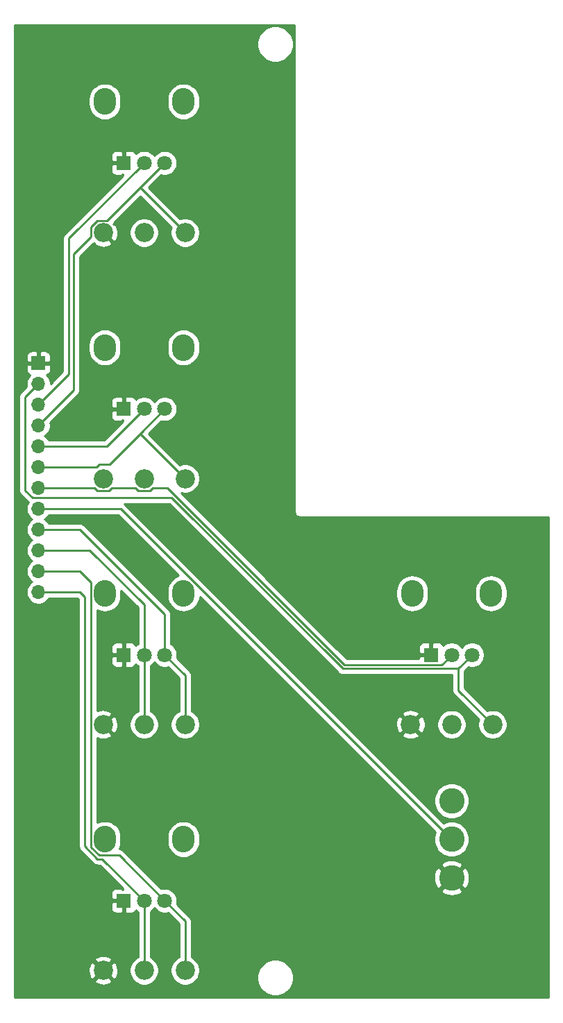
<source format=gbr>
%TF.GenerationSoftware,KiCad,Pcbnew,5.1.12-84ad8e8a86~92~ubuntu20.04.1*%
%TF.CreationDate,2021-11-13T15:40:40-05:00*%
%TF.ProjectId,gearseq,67656172-7365-4712-9e6b-696361645f70,rev?*%
%TF.SameCoordinates,Original*%
%TF.FileFunction,Copper,L1,Top*%
%TF.FilePolarity,Positive*%
%FSLAX46Y46*%
G04 Gerber Fmt 4.6, Leading zero omitted, Abs format (unit mm)*
G04 Created by KiCad (PCBNEW 5.1.12-84ad8e8a86~92~ubuntu20.04.1) date 2021-11-13 15:40:40*
%MOMM*%
%LPD*%
G01*
G04 APERTURE LIST*
%TA.AperFunction,ComponentPad*%
%ADD10O,2.720000X3.240000*%
%TD*%
%TA.AperFunction,ComponentPad*%
%ADD11C,1.800000*%
%TD*%
%TA.AperFunction,ComponentPad*%
%ADD12R,1.800000X1.800000*%
%TD*%
%TA.AperFunction,ComponentPad*%
%ADD13C,2.340000*%
%TD*%
%TA.AperFunction,ComponentPad*%
%ADD14O,1.700000X1.700000*%
%TD*%
%TA.AperFunction,ComponentPad*%
%ADD15R,1.700000X1.700000*%
%TD*%
%TA.AperFunction,ComponentPad*%
%ADD16C,3.100000*%
%TD*%
%TA.AperFunction,Conductor*%
%ADD17C,0.250000*%
%TD*%
%TA.AperFunction,Conductor*%
%ADD18C,0.254000*%
%TD*%
%TA.AperFunction,Conductor*%
%ADD19C,0.100000*%
%TD*%
G04 APERTURE END LIST*
D10*
%TO.P,RV5,*%
%TO.N,*%
X180700000Y-122000000D03*
X190300000Y-122000000D03*
D11*
%TO.P,RV5,3*%
%TO.N,POT_4_CW_P*%
X188000000Y-129500000D03*
%TO.P,RV5,2*%
%TO.N,POT_4_W_P*%
X185500000Y-129500000D03*
D12*
%TO.P,RV5,1*%
%TO.N,GND1*%
X183000000Y-129500000D03*
%TD*%
D10*
%TO.P,RV3,*%
%TO.N,*%
X180700000Y-62000000D03*
X190300000Y-62000000D03*
D11*
%TO.P,RV3,3*%
%TO.N,POT_2_CW_P*%
X188000000Y-69500000D03*
%TO.P,RV3,2*%
%TO.N,POT_2_W_P*%
X185500000Y-69500000D03*
D12*
%TO.P,RV3,1*%
%TO.N,GND1*%
X183000000Y-69500000D03*
%TD*%
D10*
%TO.P,RV1,*%
%TO.N,*%
X218200000Y-92000000D03*
X227800000Y-92000000D03*
D11*
%TO.P,RV1,3*%
%TO.N,+5V_1*%
X225500000Y-99500000D03*
%TO.P,RV1,2*%
%TO.N,POT_ALG_P*%
X223000000Y-99500000D03*
D12*
%TO.P,RV1,1*%
%TO.N,GND1*%
X220500000Y-99500000D03*
%TD*%
D13*
%TO.P,RV10,3*%
%TO.N,POT_4_CW_P*%
X190500000Y-138000000D03*
%TO.P,RV10,2*%
%TO.N,POT_4_W_P*%
X185500000Y-138000000D03*
%TO.P,RV10,1*%
%TO.N,GND1*%
X180500000Y-138000000D03*
%TD*%
%TO.P,RV9,3*%
%TO.N,POT_3_CW_P*%
X190500000Y-108000000D03*
%TO.P,RV9,2*%
%TO.N,POT_3_W_P*%
X185500000Y-108000000D03*
%TO.P,RV9,1*%
%TO.N,GND1*%
X180500000Y-108000000D03*
%TD*%
D10*
%TO.P,RV2,*%
%TO.N,*%
X180700000Y-32000000D03*
X190300000Y-32000000D03*
D11*
%TO.P,RV2,3*%
%TO.N,POT_1_CW_P*%
X188000000Y-39500000D03*
%TO.P,RV2,2*%
%TO.N,POT_1_W_P*%
X185500000Y-39500000D03*
D12*
%TO.P,RV2,1*%
%TO.N,GND1*%
X183000000Y-39500000D03*
%TD*%
D10*
%TO.P,RV4,*%
%TO.N,*%
X180700000Y-92000000D03*
X190300000Y-92000000D03*
D11*
%TO.P,RV4,3*%
%TO.N,POT_3_CW_P*%
X188000000Y-99500000D03*
%TO.P,RV4,2*%
%TO.N,POT_3_W_P*%
X185500000Y-99500000D03*
D12*
%TO.P,RV4,1*%
%TO.N,GND1*%
X183000000Y-99500000D03*
%TD*%
D13*
%TO.P,RV6,3*%
%TO.N,+5V_1*%
X228000000Y-108000000D03*
%TO.P,RV6,2*%
%TO.N,POT_ALG_P*%
X223000000Y-108000000D03*
%TO.P,RV6,1*%
%TO.N,GND1*%
X218000000Y-108000000D03*
%TD*%
D14*
%TO.P,J14,12*%
%TO.N,POT_4_W_P*%
X172600000Y-91840000D03*
%TO.P,J14,11*%
%TO.N,POT_4_CW_P*%
X172600000Y-89300000D03*
%TO.P,J14,10*%
%TO.N,POT_3_W_P*%
X172600000Y-86760000D03*
%TO.P,J14,9*%
%TO.N,POT_3_CW_P*%
X172600000Y-84220000D03*
%TO.P,J14,8*%
%TO.N,DISP_SW_P*%
X172600000Y-81680000D03*
%TO.P,J14,7*%
%TO.N,POT_ALG_P*%
X172600000Y-79140000D03*
%TO.P,J14,6*%
%TO.N,POT_2_CW_P*%
X172600000Y-76600000D03*
%TO.P,J14,5*%
%TO.N,POT_2_W_P*%
X172600000Y-74060000D03*
%TO.P,J14,4*%
%TO.N,POT_1_CW_P*%
X172600000Y-71520000D03*
%TO.P,J14,3*%
%TO.N,POT_1_W_P*%
X172600000Y-68980000D03*
%TO.P,J14,2*%
%TO.N,+5V_1*%
X172600000Y-66440000D03*
D15*
%TO.P,J14,1*%
%TO.N,GND1*%
X172600000Y-63900000D03*
%TD*%
D13*
%TO.P,RV8,3*%
%TO.N,POT_2_CW_P*%
X190500000Y-78000000D03*
%TO.P,RV8,2*%
%TO.N,POT_2_W_P*%
X185500000Y-78000000D03*
%TO.P,RV8,1*%
%TO.N,GND1*%
X180500000Y-78000000D03*
%TD*%
D16*
%TO.P,SW3,1*%
%TO.N,GND1*%
X223000000Y-126700000D03*
%TO.P,SW3,3*%
%TO.N,N/C*%
X223000000Y-117300000D03*
%TO.P,SW3,2*%
%TO.N,DISP_SW_P*%
X223000000Y-122000000D03*
%TD*%
D13*
%TO.P,RV7,3*%
%TO.N,POT_1_CW_P*%
X190500000Y-48000000D03*
%TO.P,RV7,2*%
%TO.N,POT_1_W_P*%
X185500000Y-48000000D03*
%TO.P,RV7,1*%
%TO.N,GND1*%
X180500000Y-48000000D03*
%TD*%
D17*
%TO.N,POT_4_W_P*%
X185500000Y-138000000D02*
X185500000Y-129500000D01*
X180395022Y-124395021D02*
X185500000Y-129500000D01*
X178283000Y-92443000D02*
X178283000Y-122862374D01*
X179815647Y-124395021D02*
X180395022Y-124395021D01*
X178283000Y-122862374D02*
X179815647Y-124395021D01*
X177680000Y-91840000D02*
X178283000Y-92443000D01*
X172600000Y-91840000D02*
X177680000Y-91840000D01*
%TO.N,POT_4_CW_P*%
X172600000Y-89300000D02*
X177680000Y-89300000D01*
X180002047Y-123945010D02*
X182445010Y-123945010D01*
X179014990Y-107272408D02*
X179004999Y-107282399D01*
X179014990Y-90634990D02*
X179014990Y-107272408D01*
X190500000Y-138000000D02*
X190500000Y-132000000D01*
X182445010Y-123945010D02*
X188000000Y-129500000D01*
X179004999Y-108717601D02*
X179014990Y-108727592D01*
X190500000Y-132000000D02*
X188000000Y-129500000D01*
X179004999Y-107282399D02*
X179004999Y-108717601D01*
X179014990Y-108727592D02*
X179014990Y-122957953D01*
X177680000Y-89300000D02*
X179014990Y-90634990D01*
X179014990Y-122957953D02*
X180002047Y-123945010D01*
%TO.N,POT_3_W_P*%
X185500000Y-108000000D02*
X185500000Y-99500000D01*
X172600000Y-86760000D02*
X178882081Y-86760000D01*
X178882081Y-86760000D02*
X185500000Y-93377919D01*
X185500000Y-93377919D02*
X185500000Y-99500000D01*
%TO.N,POT_3_CW_P*%
X177680000Y-84220000D02*
X188000000Y-94540000D01*
X190500000Y-102000000D02*
X188000000Y-99500000D01*
X190500000Y-108000000D02*
X190500000Y-102000000D01*
X172600000Y-84220000D02*
X177680000Y-84220000D01*
X188000000Y-94540000D02*
X188000000Y-99500000D01*
%TO.N,POT_2_W_P*%
X180940000Y-74060000D02*
X185500000Y-69500000D01*
X172600000Y-74060000D02*
X180940000Y-74060000D01*
%TO.N,POT_2_CW_P*%
X190500000Y-78000000D02*
X185009500Y-72509500D01*
X185009500Y-72509500D02*
X185009500Y-72490500D01*
X172600000Y-76600000D02*
X179687398Y-76600000D01*
X185009500Y-72490500D02*
X188000000Y-69500000D01*
X180058398Y-76229000D02*
X181271000Y-76229000D01*
X181271000Y-76229000D02*
X185009500Y-72490500D01*
X179687398Y-76600000D02*
X180058398Y-76229000D01*
%TO.N,POT_1_W_P*%
X176315001Y-48684999D02*
X185500000Y-39500000D01*
X172600000Y-68980000D02*
X176315001Y-65264999D01*
X176315001Y-65264999D02*
X176315001Y-48684999D01*
%TO.N,POT_1_CW_P*%
X180995001Y-46504999D02*
X179782399Y-46504999D01*
X176886000Y-50614000D02*
X176886000Y-67234000D01*
X185068000Y-42568000D02*
X184932000Y-42568000D01*
X190500000Y-48000000D02*
X185068000Y-42568000D01*
X179782399Y-46504999D02*
X179004999Y-47282399D01*
X176886000Y-67234000D02*
X172600000Y-71520000D01*
X179004999Y-48495001D02*
X176886000Y-50614000D01*
X179004999Y-47282399D02*
X179004999Y-48495001D01*
X188000000Y-39500000D02*
X184932000Y-42568000D01*
X184932000Y-42568000D02*
X180995001Y-46504999D01*
%TO.N,POT_ALG_P*%
X188316000Y-79140000D02*
X209901001Y-100725001D01*
X181572602Y-79140000D02*
X184427398Y-79140000D01*
X186217601Y-79495001D02*
X186572602Y-79140000D01*
X172600000Y-79140000D02*
X179427398Y-79140000D01*
X179782399Y-79495001D02*
X181217601Y-79495001D01*
X186572602Y-79140000D02*
X188316000Y-79140000D01*
X179427398Y-79140000D02*
X179782399Y-79495001D01*
X209901001Y-100725001D02*
X221774999Y-100725001D01*
X184427398Y-79140000D02*
X184782399Y-79495001D01*
X184782399Y-79495001D02*
X186217601Y-79495001D01*
X221774999Y-100725001D02*
X223000000Y-99500000D01*
X181217601Y-79495001D02*
X181572602Y-79140000D01*
%TO.N,+5V_1*%
X171000000Y-79436000D02*
X171879001Y-80315001D01*
X228000000Y-108000000D02*
X223824988Y-103824988D01*
X209714601Y-101175012D02*
X223824988Y-101175012D01*
X171000000Y-68040000D02*
X171000000Y-79436000D01*
X188854590Y-80315001D02*
X209714601Y-101175012D01*
X172600000Y-66440000D02*
X171000000Y-68040000D01*
X171879001Y-80315001D02*
X188854590Y-80315001D01*
X223824988Y-103824988D02*
X223824988Y-101175012D01*
X223824988Y-101175012D02*
X225500000Y-99500000D01*
%TO.N,DISP_SW_P*%
X182622963Y-81680000D02*
X222942963Y-122000000D01*
X172600000Y-81680000D02*
X182622963Y-81680000D01*
X222942963Y-122000000D02*
X223000000Y-122000000D01*
%TD*%
D18*
%TO.N,GND1*%
X203815001Y-81966343D02*
X203811686Y-82000000D01*
X203824912Y-82134283D01*
X203864081Y-82263406D01*
X203927688Y-82382407D01*
X204013289Y-82486711D01*
X204117593Y-82572312D01*
X204236594Y-82635919D01*
X204365717Y-82675088D01*
X204466353Y-82685000D01*
X204500000Y-82688314D01*
X204533647Y-82685000D01*
X234815001Y-82685000D01*
X234815000Y-141315000D01*
X169685000Y-141315000D01*
X169685000Y-139256602D01*
X179423003Y-139256602D01*
X179539275Y-139538389D01*
X179857860Y-139696257D01*
X180201122Y-139788938D01*
X180555869Y-139812873D01*
X180908470Y-139767139D01*
X181245373Y-139653495D01*
X181460725Y-139538389D01*
X181576997Y-139256602D01*
X180500000Y-138179605D01*
X179423003Y-139256602D01*
X169685000Y-139256602D01*
X169685000Y-138055869D01*
X178687127Y-138055869D01*
X178732861Y-138408470D01*
X178846505Y-138745373D01*
X178961611Y-138960725D01*
X179243398Y-139076997D01*
X180320395Y-138000000D01*
X180679605Y-138000000D01*
X181756602Y-139076997D01*
X182038389Y-138960725D01*
X182196257Y-138642140D01*
X182288938Y-138298878D01*
X182312873Y-137944131D01*
X182267139Y-137591530D01*
X182153495Y-137254627D01*
X182038389Y-137039275D01*
X181756602Y-136923003D01*
X180679605Y-138000000D01*
X180320395Y-138000000D01*
X179243398Y-136923003D01*
X178961611Y-137039275D01*
X178803743Y-137357860D01*
X178711062Y-137701122D01*
X178687127Y-138055869D01*
X169685000Y-138055869D01*
X169685000Y-136743398D01*
X179423003Y-136743398D01*
X180500000Y-137820395D01*
X181576997Y-136743398D01*
X181460725Y-136461611D01*
X181142140Y-136303743D01*
X180798878Y-136211062D01*
X180444131Y-136187127D01*
X180091530Y-136232861D01*
X179754627Y-136346505D01*
X179539275Y-136461611D01*
X179423003Y-136743398D01*
X169685000Y-136743398D01*
X169685000Y-130400000D01*
X181461928Y-130400000D01*
X181474188Y-130524482D01*
X181510498Y-130644180D01*
X181569463Y-130754494D01*
X181648815Y-130851185D01*
X181745506Y-130930537D01*
X181855820Y-130989502D01*
X181975518Y-131025812D01*
X182100000Y-131038072D01*
X182714250Y-131035000D01*
X182873000Y-130876250D01*
X182873000Y-129627000D01*
X181623750Y-129627000D01*
X181465000Y-129785750D01*
X181461928Y-130400000D01*
X169685000Y-130400000D01*
X169685000Y-68040000D01*
X170236324Y-68040000D01*
X170240000Y-68077322D01*
X170240001Y-79398668D01*
X170236324Y-79436000D01*
X170240001Y-79473333D01*
X170250998Y-79584986D01*
X170264180Y-79628442D01*
X170294454Y-79728246D01*
X170365026Y-79860276D01*
X170436201Y-79947002D01*
X170460000Y-79976001D01*
X170488998Y-79999799D01*
X171315201Y-80826003D01*
X171339000Y-80855002D01*
X171355955Y-80868916D01*
X171284010Y-80976589D01*
X171172068Y-81246842D01*
X171115000Y-81533740D01*
X171115000Y-81826260D01*
X171172068Y-82113158D01*
X171284010Y-82383411D01*
X171446525Y-82626632D01*
X171653368Y-82833475D01*
X171827760Y-82950000D01*
X171653368Y-83066525D01*
X171446525Y-83273368D01*
X171284010Y-83516589D01*
X171172068Y-83786842D01*
X171115000Y-84073740D01*
X171115000Y-84366260D01*
X171172068Y-84653158D01*
X171284010Y-84923411D01*
X171446525Y-85166632D01*
X171653368Y-85373475D01*
X171827760Y-85490000D01*
X171653368Y-85606525D01*
X171446525Y-85813368D01*
X171284010Y-86056589D01*
X171172068Y-86326842D01*
X171115000Y-86613740D01*
X171115000Y-86906260D01*
X171172068Y-87193158D01*
X171284010Y-87463411D01*
X171446525Y-87706632D01*
X171653368Y-87913475D01*
X171827760Y-88030000D01*
X171653368Y-88146525D01*
X171446525Y-88353368D01*
X171284010Y-88596589D01*
X171172068Y-88866842D01*
X171115000Y-89153740D01*
X171115000Y-89446260D01*
X171172068Y-89733158D01*
X171284010Y-90003411D01*
X171446525Y-90246632D01*
X171653368Y-90453475D01*
X171827760Y-90570000D01*
X171653368Y-90686525D01*
X171446525Y-90893368D01*
X171284010Y-91136589D01*
X171172068Y-91406842D01*
X171115000Y-91693740D01*
X171115000Y-91986260D01*
X171172068Y-92273158D01*
X171284010Y-92543411D01*
X171446525Y-92786632D01*
X171653368Y-92993475D01*
X171896589Y-93155990D01*
X172166842Y-93267932D01*
X172453740Y-93325000D01*
X172746260Y-93325000D01*
X173033158Y-93267932D01*
X173303411Y-93155990D01*
X173546632Y-92993475D01*
X173753475Y-92786632D01*
X173878178Y-92600000D01*
X177365199Y-92600000D01*
X177523000Y-92757802D01*
X177523001Y-122825041D01*
X177519324Y-122862374D01*
X177523001Y-122899707D01*
X177533998Y-123011360D01*
X177547180Y-123054816D01*
X177577454Y-123154620D01*
X177648026Y-123286650D01*
X177667219Y-123310036D01*
X177743000Y-123402375D01*
X177771998Y-123426173D01*
X179251847Y-124906023D01*
X179275646Y-124935022D01*
X179391371Y-125029995D01*
X179523400Y-125100567D01*
X179666661Y-125144024D01*
X179778314Y-125155021D01*
X179778323Y-125155021D01*
X179815646Y-125158697D01*
X179852969Y-125155021D01*
X180080221Y-125155021D01*
X182890199Y-127965000D01*
X182872998Y-127965000D01*
X182872998Y-128123748D01*
X182714250Y-127965000D01*
X182100000Y-127961928D01*
X181975518Y-127974188D01*
X181855820Y-128010498D01*
X181745506Y-128069463D01*
X181648815Y-128148815D01*
X181569463Y-128245506D01*
X181510498Y-128355820D01*
X181474188Y-128475518D01*
X181461928Y-128600000D01*
X181465000Y-129214250D01*
X181623750Y-129373000D01*
X182873000Y-129373000D01*
X182873000Y-129353000D01*
X183127000Y-129353000D01*
X183127000Y-129373000D01*
X183147000Y-129373000D01*
X183147000Y-129627000D01*
X183127000Y-129627000D01*
X183127000Y-130876250D01*
X183285750Y-131035000D01*
X183900000Y-131038072D01*
X184024482Y-131025812D01*
X184144180Y-130989502D01*
X184254494Y-130930537D01*
X184351185Y-130851185D01*
X184430537Y-130754494D01*
X184483880Y-130654697D01*
X184521495Y-130692312D01*
X184740001Y-130838313D01*
X184740000Y-136361084D01*
X184645012Y-136400429D01*
X184349379Y-136597965D01*
X184097965Y-136849379D01*
X183900429Y-137145012D01*
X183764365Y-137473501D01*
X183695000Y-137822223D01*
X183695000Y-138177777D01*
X183764365Y-138526499D01*
X183900429Y-138854988D01*
X184097965Y-139150621D01*
X184349379Y-139402035D01*
X184645012Y-139599571D01*
X184973501Y-139735635D01*
X185322223Y-139805000D01*
X185677777Y-139805000D01*
X186026499Y-139735635D01*
X186354988Y-139599571D01*
X186650621Y-139402035D01*
X186902035Y-139150621D01*
X187099571Y-138854988D01*
X187235635Y-138526499D01*
X187305000Y-138177777D01*
X187305000Y-137822223D01*
X187235635Y-137473501D01*
X187099571Y-137145012D01*
X186902035Y-136849379D01*
X186650621Y-136597965D01*
X186354988Y-136400429D01*
X186260000Y-136361084D01*
X186260000Y-130838313D01*
X186478505Y-130692312D01*
X186692312Y-130478505D01*
X186750000Y-130392169D01*
X186807688Y-130478505D01*
X187021495Y-130692312D01*
X187272905Y-130860299D01*
X187552257Y-130976011D01*
X187848816Y-131035000D01*
X188151184Y-131035000D01*
X188408930Y-130983731D01*
X189740001Y-132314803D01*
X189740000Y-136361084D01*
X189645012Y-136400429D01*
X189349379Y-136597965D01*
X189097965Y-136849379D01*
X188900429Y-137145012D01*
X188764365Y-137473501D01*
X188695000Y-137822223D01*
X188695000Y-138177777D01*
X188764365Y-138526499D01*
X188900429Y-138854988D01*
X189097965Y-139150621D01*
X189349379Y-139402035D01*
X189645012Y-139599571D01*
X189973501Y-139735635D01*
X190322223Y-139805000D01*
X190677777Y-139805000D01*
X191026499Y-139735635D01*
X191354988Y-139599571D01*
X191650621Y-139402035D01*
X191902035Y-139150621D01*
X192099571Y-138854988D01*
X192172106Y-138679872D01*
X199265000Y-138679872D01*
X199265000Y-139120128D01*
X199350890Y-139551925D01*
X199519369Y-139958669D01*
X199763962Y-140324729D01*
X200075271Y-140636038D01*
X200441331Y-140880631D01*
X200848075Y-141049110D01*
X201279872Y-141135000D01*
X201720128Y-141135000D01*
X202151925Y-141049110D01*
X202558669Y-140880631D01*
X202924729Y-140636038D01*
X203236038Y-140324729D01*
X203480631Y-139958669D01*
X203649110Y-139551925D01*
X203735000Y-139120128D01*
X203735000Y-138679872D01*
X203649110Y-138248075D01*
X203480631Y-137841331D01*
X203236038Y-137475271D01*
X202924729Y-137163962D01*
X202558669Y-136919369D01*
X202151925Y-136750890D01*
X201720128Y-136665000D01*
X201279872Y-136665000D01*
X200848075Y-136750890D01*
X200441331Y-136919369D01*
X200075271Y-137163962D01*
X199763962Y-137475271D01*
X199519369Y-137841331D01*
X199350890Y-138248075D01*
X199265000Y-138679872D01*
X192172106Y-138679872D01*
X192235635Y-138526499D01*
X192305000Y-138177777D01*
X192305000Y-137822223D01*
X192235635Y-137473501D01*
X192099571Y-137145012D01*
X191902035Y-136849379D01*
X191650621Y-136597965D01*
X191354988Y-136400429D01*
X191260000Y-136361084D01*
X191260000Y-132037323D01*
X191263676Y-132000000D01*
X191260000Y-131962677D01*
X191260000Y-131962667D01*
X191249003Y-131851014D01*
X191205546Y-131707753D01*
X191134974Y-131575723D01*
X191063799Y-131488997D01*
X191040001Y-131459999D01*
X191011003Y-131436201D01*
X189483731Y-129908930D01*
X189535000Y-129651184D01*
X189535000Y-129348816D01*
X189476011Y-129052257D01*
X189360299Y-128772905D01*
X189192312Y-128521495D01*
X188978505Y-128307688D01*
X188858123Y-128227251D01*
X221652354Y-128227251D01*
X221814381Y-128547930D01*
X222197675Y-128743725D01*
X222611803Y-128860981D01*
X223040848Y-128895192D01*
X223468324Y-128845042D01*
X223877802Y-128712461D01*
X224185619Y-128547930D01*
X224347646Y-128227251D01*
X223000000Y-126879605D01*
X221652354Y-128227251D01*
X188858123Y-128227251D01*
X188727095Y-128139701D01*
X188447743Y-128023989D01*
X188151184Y-127965000D01*
X187848816Y-127965000D01*
X187591070Y-128016269D01*
X186315649Y-126740848D01*
X220804808Y-126740848D01*
X220854958Y-127168324D01*
X220987539Y-127577802D01*
X221152070Y-127885619D01*
X221472749Y-128047646D01*
X222820395Y-126700000D01*
X223179605Y-126700000D01*
X224527251Y-128047646D01*
X224847930Y-127885619D01*
X225043725Y-127502325D01*
X225160981Y-127088197D01*
X225195192Y-126659152D01*
X225145042Y-126231676D01*
X225012461Y-125822198D01*
X224847930Y-125514381D01*
X224527251Y-125352354D01*
X223179605Y-126700000D01*
X222820395Y-126700000D01*
X221472749Y-125352354D01*
X221152070Y-125514381D01*
X220956275Y-125897675D01*
X220839019Y-126311803D01*
X220804808Y-126740848D01*
X186315649Y-126740848D01*
X184747550Y-125172749D01*
X221652354Y-125172749D01*
X223000000Y-126520395D01*
X224347646Y-125172749D01*
X224185619Y-124852070D01*
X223802325Y-124656275D01*
X223388197Y-124539019D01*
X222959152Y-124504808D01*
X222531676Y-124554958D01*
X222122198Y-124687539D01*
X221814381Y-124852070D01*
X221652354Y-125172749D01*
X184747550Y-125172749D01*
X183008814Y-123434013D01*
X182985011Y-123405009D01*
X182869286Y-123310036D01*
X182737257Y-123239464D01*
X182593996Y-123196007D01*
X182482343Y-123185010D01*
X182482332Y-123185010D01*
X182468410Y-123183639D01*
X182552057Y-123027147D01*
X182666133Y-122651088D01*
X182695000Y-122357998D01*
X182695000Y-121642003D01*
X182695000Y-121642002D01*
X188305000Y-121642002D01*
X188305000Y-122357997D01*
X188333867Y-122651087D01*
X188447943Y-123027146D01*
X188633193Y-123373725D01*
X188882497Y-123677503D01*
X189186275Y-123926807D01*
X189532853Y-124112057D01*
X189908912Y-124226133D01*
X190300000Y-124264652D01*
X190691087Y-124226133D01*
X191067146Y-124112057D01*
X191413725Y-123926807D01*
X191717503Y-123677503D01*
X191966807Y-123373725D01*
X192152057Y-123027147D01*
X192266133Y-122651088D01*
X192295000Y-122357998D01*
X192295000Y-121642003D01*
X192266133Y-121348913D01*
X192152057Y-120972853D01*
X191966807Y-120626275D01*
X191717503Y-120322497D01*
X191413725Y-120073193D01*
X191067147Y-119887943D01*
X190691088Y-119773867D01*
X190300000Y-119735348D01*
X189908913Y-119773867D01*
X189532854Y-119887943D01*
X189186276Y-120073193D01*
X188882498Y-120322497D01*
X188633193Y-120626275D01*
X188447943Y-120972853D01*
X188333867Y-121348912D01*
X188305000Y-121642002D01*
X182695000Y-121642002D01*
X182666133Y-121348913D01*
X182552057Y-120972853D01*
X182366807Y-120626275D01*
X182117503Y-120322497D01*
X181813725Y-120073193D01*
X181467147Y-119887943D01*
X181091088Y-119773867D01*
X180700000Y-119735348D01*
X180308913Y-119773867D01*
X179932854Y-119887943D01*
X179774990Y-119972323D01*
X179774990Y-109655193D01*
X179857860Y-109696257D01*
X180201122Y-109788938D01*
X180555869Y-109812873D01*
X180908470Y-109767139D01*
X181245373Y-109653495D01*
X181460725Y-109538389D01*
X181576997Y-109256602D01*
X180500000Y-108179605D01*
X180485858Y-108193748D01*
X180306253Y-108014143D01*
X180320395Y-108000000D01*
X180679605Y-108000000D01*
X181756602Y-109076997D01*
X182038389Y-108960725D01*
X182196257Y-108642140D01*
X182288938Y-108298878D01*
X182312873Y-107944131D01*
X182267139Y-107591530D01*
X182153495Y-107254627D01*
X182038389Y-107039275D01*
X181756602Y-106923003D01*
X180679605Y-108000000D01*
X180320395Y-108000000D01*
X180306253Y-107985858D01*
X180485858Y-107806253D01*
X180500000Y-107820395D01*
X181576997Y-106743398D01*
X181460725Y-106461611D01*
X181142140Y-106303743D01*
X180798878Y-106211062D01*
X180444131Y-106187127D01*
X180091530Y-106232861D01*
X179774990Y-106339636D01*
X179774990Y-100400000D01*
X181461928Y-100400000D01*
X181474188Y-100524482D01*
X181510498Y-100644180D01*
X181569463Y-100754494D01*
X181648815Y-100851185D01*
X181745506Y-100930537D01*
X181855820Y-100989502D01*
X181975518Y-101025812D01*
X182100000Y-101038072D01*
X182714250Y-101035000D01*
X182873000Y-100876250D01*
X182873000Y-99627000D01*
X181623750Y-99627000D01*
X181465000Y-99785750D01*
X181461928Y-100400000D01*
X179774990Y-100400000D01*
X179774990Y-98600000D01*
X181461928Y-98600000D01*
X181465000Y-99214250D01*
X181623750Y-99373000D01*
X182873000Y-99373000D01*
X182873000Y-98123750D01*
X182714250Y-97965000D01*
X182100000Y-97961928D01*
X181975518Y-97974188D01*
X181855820Y-98010498D01*
X181745506Y-98069463D01*
X181648815Y-98148815D01*
X181569463Y-98245506D01*
X181510498Y-98355820D01*
X181474188Y-98475518D01*
X181461928Y-98600000D01*
X179774990Y-98600000D01*
X179774990Y-94027677D01*
X179932853Y-94112057D01*
X180308912Y-94226133D01*
X180700000Y-94264652D01*
X181091087Y-94226133D01*
X181467146Y-94112057D01*
X181813725Y-93926807D01*
X182117503Y-93677503D01*
X182366807Y-93373725D01*
X182552057Y-93027147D01*
X182666133Y-92651088D01*
X182695000Y-92357998D01*
X182695000Y-91647721D01*
X184740000Y-93692721D01*
X184740001Y-98161687D01*
X184521495Y-98307688D01*
X184483880Y-98345303D01*
X184430537Y-98245506D01*
X184351185Y-98148815D01*
X184254494Y-98069463D01*
X184144180Y-98010498D01*
X184024482Y-97974188D01*
X183900000Y-97961928D01*
X183285750Y-97965000D01*
X183127000Y-98123750D01*
X183127000Y-99373000D01*
X183147000Y-99373000D01*
X183147000Y-99627000D01*
X183127000Y-99627000D01*
X183127000Y-100876250D01*
X183285750Y-101035000D01*
X183900000Y-101038072D01*
X184024482Y-101025812D01*
X184144180Y-100989502D01*
X184254494Y-100930537D01*
X184351185Y-100851185D01*
X184430537Y-100754494D01*
X184483880Y-100654697D01*
X184521495Y-100692312D01*
X184740001Y-100838313D01*
X184740000Y-106361084D01*
X184645012Y-106400429D01*
X184349379Y-106597965D01*
X184097965Y-106849379D01*
X183900429Y-107145012D01*
X183764365Y-107473501D01*
X183695000Y-107822223D01*
X183695000Y-108177777D01*
X183764365Y-108526499D01*
X183900429Y-108854988D01*
X184097965Y-109150621D01*
X184349379Y-109402035D01*
X184645012Y-109599571D01*
X184973501Y-109735635D01*
X185322223Y-109805000D01*
X185677777Y-109805000D01*
X186026499Y-109735635D01*
X186354988Y-109599571D01*
X186650621Y-109402035D01*
X186902035Y-109150621D01*
X187099571Y-108854988D01*
X187235635Y-108526499D01*
X187305000Y-108177777D01*
X187305000Y-107822223D01*
X187235635Y-107473501D01*
X187099571Y-107145012D01*
X186902035Y-106849379D01*
X186650621Y-106597965D01*
X186354988Y-106400429D01*
X186260000Y-106361084D01*
X186260000Y-100838313D01*
X186478505Y-100692312D01*
X186692312Y-100478505D01*
X186750000Y-100392169D01*
X186807688Y-100478505D01*
X187021495Y-100692312D01*
X187272905Y-100860299D01*
X187552257Y-100976011D01*
X187848816Y-101035000D01*
X188151184Y-101035000D01*
X188408930Y-100983731D01*
X189740001Y-102314803D01*
X189740000Y-106361084D01*
X189645012Y-106400429D01*
X189349379Y-106597965D01*
X189097965Y-106849379D01*
X188900429Y-107145012D01*
X188764365Y-107473501D01*
X188695000Y-107822223D01*
X188695000Y-108177777D01*
X188764365Y-108526499D01*
X188900429Y-108854988D01*
X189097965Y-109150621D01*
X189349379Y-109402035D01*
X189645012Y-109599571D01*
X189973501Y-109735635D01*
X190322223Y-109805000D01*
X190677777Y-109805000D01*
X191026499Y-109735635D01*
X191354988Y-109599571D01*
X191650621Y-109402035D01*
X191902035Y-109150621D01*
X192099571Y-108854988D01*
X192235635Y-108526499D01*
X192305000Y-108177777D01*
X192305000Y-107822223D01*
X192235635Y-107473501D01*
X192099571Y-107145012D01*
X191902035Y-106849379D01*
X191650621Y-106597965D01*
X191354988Y-106400429D01*
X191260000Y-106361084D01*
X191260000Y-102037323D01*
X191263676Y-102000000D01*
X191260000Y-101962677D01*
X191260000Y-101962667D01*
X191249003Y-101851014D01*
X191205546Y-101707753D01*
X191134974Y-101575723D01*
X191063799Y-101488997D01*
X191040001Y-101459999D01*
X191011003Y-101436201D01*
X189483731Y-99908930D01*
X189535000Y-99651184D01*
X189535000Y-99348816D01*
X189476011Y-99052257D01*
X189360299Y-98772905D01*
X189192312Y-98521495D01*
X188978505Y-98307688D01*
X188760000Y-98161687D01*
X188760000Y-94577323D01*
X188763676Y-94540000D01*
X188760000Y-94502677D01*
X188760000Y-94502667D01*
X188749003Y-94391014D01*
X188705546Y-94247753D01*
X188634975Y-94115725D01*
X188634974Y-94115723D01*
X188563799Y-94028997D01*
X188540001Y-93999999D01*
X188511004Y-93976202D01*
X178243804Y-83709003D01*
X178220001Y-83679999D01*
X178104276Y-83585026D01*
X177972247Y-83514454D01*
X177828986Y-83470997D01*
X177717333Y-83460000D01*
X177717322Y-83460000D01*
X177680000Y-83456324D01*
X177642678Y-83460000D01*
X173878178Y-83460000D01*
X173753475Y-83273368D01*
X173546632Y-83066525D01*
X173372240Y-82950000D01*
X173546632Y-82833475D01*
X173753475Y-82626632D01*
X173878178Y-82440000D01*
X182308162Y-82440000D01*
X189704145Y-89835983D01*
X189532854Y-89887943D01*
X189186276Y-90073193D01*
X188882498Y-90322497D01*
X188633193Y-90626275D01*
X188447943Y-90972853D01*
X188333867Y-91348912D01*
X188305000Y-91642002D01*
X188305000Y-92357997D01*
X188333867Y-92651087D01*
X188447943Y-93027146D01*
X188633193Y-93373725D01*
X188882497Y-93677503D01*
X189186275Y-93926807D01*
X189532853Y-94112057D01*
X189908912Y-94226133D01*
X190300000Y-94264652D01*
X190691087Y-94226133D01*
X191067146Y-94112057D01*
X191413725Y-93926807D01*
X191717503Y-93677503D01*
X191966807Y-93373725D01*
X192152057Y-93027147D01*
X192266133Y-92651088D01*
X192288828Y-92420666D01*
X220996166Y-121128005D01*
X220898969Y-121362659D01*
X220815000Y-121784796D01*
X220815000Y-122215204D01*
X220898969Y-122637341D01*
X221063678Y-123034985D01*
X221302800Y-123392856D01*
X221607144Y-123697200D01*
X221965015Y-123936322D01*
X222362659Y-124101031D01*
X222784796Y-124185000D01*
X223215204Y-124185000D01*
X223637341Y-124101031D01*
X224034985Y-123936322D01*
X224392856Y-123697200D01*
X224697200Y-123392856D01*
X224936322Y-123034985D01*
X225101031Y-122637341D01*
X225185000Y-122215204D01*
X225185000Y-121784796D01*
X225101031Y-121362659D01*
X224936322Y-120965015D01*
X224697200Y-120607144D01*
X224392856Y-120302800D01*
X224034985Y-120063678D01*
X223637341Y-119898969D01*
X223215204Y-119815000D01*
X222784796Y-119815000D01*
X222362659Y-119898969D01*
X222047342Y-120029577D01*
X219102561Y-117084796D01*
X220815000Y-117084796D01*
X220815000Y-117515204D01*
X220898969Y-117937341D01*
X221063678Y-118334985D01*
X221302800Y-118692856D01*
X221607144Y-118997200D01*
X221965015Y-119236322D01*
X222362659Y-119401031D01*
X222784796Y-119485000D01*
X223215204Y-119485000D01*
X223637341Y-119401031D01*
X224034985Y-119236322D01*
X224392856Y-118997200D01*
X224697200Y-118692856D01*
X224936322Y-118334985D01*
X225101031Y-117937341D01*
X225185000Y-117515204D01*
X225185000Y-117084796D01*
X225101031Y-116662659D01*
X224936322Y-116265015D01*
X224697200Y-115907144D01*
X224392856Y-115602800D01*
X224034985Y-115363678D01*
X223637341Y-115198969D01*
X223215204Y-115115000D01*
X222784796Y-115115000D01*
X222362659Y-115198969D01*
X221965015Y-115363678D01*
X221607144Y-115602800D01*
X221302800Y-115907144D01*
X221063678Y-116265015D01*
X220898969Y-116662659D01*
X220815000Y-117084796D01*
X219102561Y-117084796D01*
X211274367Y-109256602D01*
X216923003Y-109256602D01*
X217039275Y-109538389D01*
X217357860Y-109696257D01*
X217701122Y-109788938D01*
X218055869Y-109812873D01*
X218408470Y-109767139D01*
X218745373Y-109653495D01*
X218960725Y-109538389D01*
X219076997Y-109256602D01*
X218000000Y-108179605D01*
X216923003Y-109256602D01*
X211274367Y-109256602D01*
X210073634Y-108055869D01*
X216187127Y-108055869D01*
X216232861Y-108408470D01*
X216346505Y-108745373D01*
X216461611Y-108960725D01*
X216743398Y-109076997D01*
X217820395Y-108000000D01*
X218179605Y-108000000D01*
X219256602Y-109076997D01*
X219538389Y-108960725D01*
X219696257Y-108642140D01*
X219788938Y-108298878D01*
X219812873Y-107944131D01*
X219797061Y-107822223D01*
X221195000Y-107822223D01*
X221195000Y-108177777D01*
X221264365Y-108526499D01*
X221400429Y-108854988D01*
X221597965Y-109150621D01*
X221849379Y-109402035D01*
X222145012Y-109599571D01*
X222473501Y-109735635D01*
X222822223Y-109805000D01*
X223177777Y-109805000D01*
X223526499Y-109735635D01*
X223854988Y-109599571D01*
X224150621Y-109402035D01*
X224402035Y-109150621D01*
X224599571Y-108854988D01*
X224735635Y-108526499D01*
X224805000Y-108177777D01*
X224805000Y-107822223D01*
X224735635Y-107473501D01*
X224599571Y-107145012D01*
X224402035Y-106849379D01*
X224150621Y-106597965D01*
X223854988Y-106400429D01*
X223526499Y-106264365D01*
X223177777Y-106195000D01*
X222822223Y-106195000D01*
X222473501Y-106264365D01*
X222145012Y-106400429D01*
X221849379Y-106597965D01*
X221597965Y-106849379D01*
X221400429Y-107145012D01*
X221264365Y-107473501D01*
X221195000Y-107822223D01*
X219797061Y-107822223D01*
X219767139Y-107591530D01*
X219653495Y-107254627D01*
X219538389Y-107039275D01*
X219256602Y-106923003D01*
X218179605Y-108000000D01*
X217820395Y-108000000D01*
X216743398Y-106923003D01*
X216461611Y-107039275D01*
X216303743Y-107357860D01*
X216211062Y-107701122D01*
X216187127Y-108055869D01*
X210073634Y-108055869D01*
X208761163Y-106743398D01*
X216923003Y-106743398D01*
X218000000Y-107820395D01*
X219076997Y-106743398D01*
X218960725Y-106461611D01*
X218642140Y-106303743D01*
X218298878Y-106211062D01*
X217944131Y-106187127D01*
X217591530Y-106232861D01*
X217254627Y-106346505D01*
X217039275Y-106461611D01*
X216923003Y-106743398D01*
X208761163Y-106743398D01*
X183186767Y-81169003D01*
X183162964Y-81139999D01*
X183083764Y-81075001D01*
X188539789Y-81075001D01*
X209150806Y-101686020D01*
X209174600Y-101715013D01*
X209203593Y-101738807D01*
X209203597Y-101738811D01*
X209274286Y-101796823D01*
X209290325Y-101809986D01*
X209422354Y-101880558D01*
X209565615Y-101924015D01*
X209677268Y-101935012D01*
X209677277Y-101935012D01*
X209714600Y-101938688D01*
X209751923Y-101935012D01*
X223064989Y-101935012D01*
X223064988Y-103787665D01*
X223061312Y-103824988D01*
X223064988Y-103862310D01*
X223064988Y-103862320D01*
X223075985Y-103973973D01*
X223119442Y-104117234D01*
X223190014Y-104249264D01*
X223229859Y-104297814D01*
X223284987Y-104364989D01*
X223313991Y-104388792D01*
X226303710Y-107378512D01*
X226264365Y-107473501D01*
X226195000Y-107822223D01*
X226195000Y-108177777D01*
X226264365Y-108526499D01*
X226400429Y-108854988D01*
X226597965Y-109150621D01*
X226849379Y-109402035D01*
X227145012Y-109599571D01*
X227473501Y-109735635D01*
X227822223Y-109805000D01*
X228177777Y-109805000D01*
X228526499Y-109735635D01*
X228854988Y-109599571D01*
X229150621Y-109402035D01*
X229402035Y-109150621D01*
X229599571Y-108854988D01*
X229735635Y-108526499D01*
X229805000Y-108177777D01*
X229805000Y-107822223D01*
X229735635Y-107473501D01*
X229599571Y-107145012D01*
X229402035Y-106849379D01*
X229150621Y-106597965D01*
X228854988Y-106400429D01*
X228526499Y-106264365D01*
X228177777Y-106195000D01*
X227822223Y-106195000D01*
X227473501Y-106264365D01*
X227378512Y-106303710D01*
X224584988Y-103510187D01*
X224584988Y-101489813D01*
X225091070Y-100983731D01*
X225348816Y-101035000D01*
X225651184Y-101035000D01*
X225947743Y-100976011D01*
X226227095Y-100860299D01*
X226478505Y-100692312D01*
X226692312Y-100478505D01*
X226860299Y-100227095D01*
X226976011Y-99947743D01*
X227035000Y-99651184D01*
X227035000Y-99348816D01*
X226976011Y-99052257D01*
X226860299Y-98772905D01*
X226692312Y-98521495D01*
X226478505Y-98307688D01*
X226227095Y-98139701D01*
X225947743Y-98023989D01*
X225651184Y-97965000D01*
X225348816Y-97965000D01*
X225052257Y-98023989D01*
X224772905Y-98139701D01*
X224521495Y-98307688D01*
X224307688Y-98521495D01*
X224250000Y-98607831D01*
X224192312Y-98521495D01*
X223978505Y-98307688D01*
X223727095Y-98139701D01*
X223447743Y-98023989D01*
X223151184Y-97965000D01*
X222848816Y-97965000D01*
X222552257Y-98023989D01*
X222272905Y-98139701D01*
X222021495Y-98307688D01*
X221983880Y-98345303D01*
X221930537Y-98245506D01*
X221851185Y-98148815D01*
X221754494Y-98069463D01*
X221644180Y-98010498D01*
X221524482Y-97974188D01*
X221400000Y-97961928D01*
X220785750Y-97965000D01*
X220627000Y-98123750D01*
X220627000Y-99373000D01*
X220647000Y-99373000D01*
X220647000Y-99627000D01*
X220627000Y-99627000D01*
X220627000Y-99647000D01*
X220373000Y-99647000D01*
X220373000Y-99627000D01*
X219123750Y-99627000D01*
X218965000Y-99785750D01*
X218964104Y-99965001D01*
X210215803Y-99965001D01*
X208850802Y-98600000D01*
X218961928Y-98600000D01*
X218965000Y-99214250D01*
X219123750Y-99373000D01*
X220373000Y-99373000D01*
X220373000Y-98123750D01*
X220214250Y-97965000D01*
X219600000Y-97961928D01*
X219475518Y-97974188D01*
X219355820Y-98010498D01*
X219245506Y-98069463D01*
X219148815Y-98148815D01*
X219069463Y-98245506D01*
X219010498Y-98355820D01*
X218974188Y-98475518D01*
X218961928Y-98600000D01*
X208850802Y-98600000D01*
X201892804Y-91642002D01*
X216205000Y-91642002D01*
X216205000Y-92357997D01*
X216233867Y-92651087D01*
X216347943Y-93027146D01*
X216533193Y-93373725D01*
X216782497Y-93677503D01*
X217086275Y-93926807D01*
X217432853Y-94112057D01*
X217808912Y-94226133D01*
X218200000Y-94264652D01*
X218591087Y-94226133D01*
X218967146Y-94112057D01*
X219313725Y-93926807D01*
X219617503Y-93677503D01*
X219866807Y-93373725D01*
X220052057Y-93027147D01*
X220166133Y-92651088D01*
X220195000Y-92357998D01*
X220195000Y-91642003D01*
X220195000Y-91642002D01*
X225805000Y-91642002D01*
X225805000Y-92357997D01*
X225833867Y-92651087D01*
X225947943Y-93027146D01*
X226133193Y-93373725D01*
X226382497Y-93677503D01*
X226686275Y-93926807D01*
X227032853Y-94112057D01*
X227408912Y-94226133D01*
X227800000Y-94264652D01*
X228191087Y-94226133D01*
X228567146Y-94112057D01*
X228913725Y-93926807D01*
X229217503Y-93677503D01*
X229466807Y-93373725D01*
X229652057Y-93027147D01*
X229766133Y-92651088D01*
X229795000Y-92357998D01*
X229795000Y-91642003D01*
X229766133Y-91348913D01*
X229652057Y-90972853D01*
X229466807Y-90626275D01*
X229217503Y-90322497D01*
X228913725Y-90073193D01*
X228567147Y-89887943D01*
X228191088Y-89773867D01*
X227800000Y-89735348D01*
X227408913Y-89773867D01*
X227032854Y-89887943D01*
X226686276Y-90073193D01*
X226382498Y-90322497D01*
X226133193Y-90626275D01*
X225947943Y-90972853D01*
X225833867Y-91348912D01*
X225805000Y-91642002D01*
X220195000Y-91642002D01*
X220166133Y-91348913D01*
X220052057Y-90972853D01*
X219866807Y-90626275D01*
X219617503Y-90322497D01*
X219313725Y-90073193D01*
X218967147Y-89887943D01*
X218591088Y-89773867D01*
X218200000Y-89735348D01*
X217808913Y-89773867D01*
X217432854Y-89887943D01*
X217086276Y-90073193D01*
X216782498Y-90322497D01*
X216533193Y-90626275D01*
X216347943Y-90972853D01*
X216233867Y-91348912D01*
X216205000Y-91642002D01*
X201892804Y-91642002D01*
X189989648Y-79738847D01*
X190322223Y-79805000D01*
X190677777Y-79805000D01*
X191026499Y-79735635D01*
X191354988Y-79599571D01*
X191650621Y-79402035D01*
X191902035Y-79150621D01*
X192099571Y-78854988D01*
X192235635Y-78526499D01*
X192305000Y-78177777D01*
X192305000Y-77822223D01*
X192235635Y-77473501D01*
X192099571Y-77145012D01*
X191902035Y-76849379D01*
X191650621Y-76597965D01*
X191354988Y-76400429D01*
X191026499Y-76264365D01*
X190677777Y-76195000D01*
X190322223Y-76195000D01*
X189973501Y-76264365D01*
X189878512Y-76303710D01*
X186074801Y-72500000D01*
X187591070Y-70983731D01*
X187848816Y-71035000D01*
X188151184Y-71035000D01*
X188447743Y-70976011D01*
X188727095Y-70860299D01*
X188978505Y-70692312D01*
X189192312Y-70478505D01*
X189360299Y-70227095D01*
X189476011Y-69947743D01*
X189535000Y-69651184D01*
X189535000Y-69348816D01*
X189476011Y-69052257D01*
X189360299Y-68772905D01*
X189192312Y-68521495D01*
X188978505Y-68307688D01*
X188727095Y-68139701D01*
X188447743Y-68023989D01*
X188151184Y-67965000D01*
X187848816Y-67965000D01*
X187552257Y-68023989D01*
X187272905Y-68139701D01*
X187021495Y-68307688D01*
X186807688Y-68521495D01*
X186750000Y-68607831D01*
X186692312Y-68521495D01*
X186478505Y-68307688D01*
X186227095Y-68139701D01*
X185947743Y-68023989D01*
X185651184Y-67965000D01*
X185348816Y-67965000D01*
X185052257Y-68023989D01*
X184772905Y-68139701D01*
X184521495Y-68307688D01*
X184483880Y-68345303D01*
X184430537Y-68245506D01*
X184351185Y-68148815D01*
X184254494Y-68069463D01*
X184144180Y-68010498D01*
X184024482Y-67974188D01*
X183900000Y-67961928D01*
X183285750Y-67965000D01*
X183127000Y-68123750D01*
X183127000Y-69373000D01*
X183147000Y-69373000D01*
X183147000Y-69627000D01*
X183127000Y-69627000D01*
X183127000Y-69647000D01*
X182873000Y-69647000D01*
X182873000Y-69627000D01*
X181623750Y-69627000D01*
X181465000Y-69785750D01*
X181461928Y-70400000D01*
X181474188Y-70524482D01*
X181510498Y-70644180D01*
X181569463Y-70754494D01*
X181648815Y-70851185D01*
X181745506Y-70930537D01*
X181855820Y-70989502D01*
X181975518Y-71025812D01*
X182100000Y-71038072D01*
X182714250Y-71035000D01*
X182872998Y-70876252D01*
X182872998Y-71035000D01*
X182890198Y-71035000D01*
X180625199Y-73300000D01*
X173878178Y-73300000D01*
X173753475Y-73113368D01*
X173546632Y-72906525D01*
X173372240Y-72790000D01*
X173546632Y-72673475D01*
X173753475Y-72466632D01*
X173915990Y-72223411D01*
X174027932Y-71953158D01*
X174085000Y-71666260D01*
X174085000Y-71373740D01*
X174041209Y-71153592D01*
X176594801Y-68600000D01*
X181461928Y-68600000D01*
X181465000Y-69214250D01*
X181623750Y-69373000D01*
X182873000Y-69373000D01*
X182873000Y-68123750D01*
X182714250Y-67965000D01*
X182100000Y-67961928D01*
X181975518Y-67974188D01*
X181855820Y-68010498D01*
X181745506Y-68069463D01*
X181648815Y-68148815D01*
X181569463Y-68245506D01*
X181510498Y-68355820D01*
X181474188Y-68475518D01*
X181461928Y-68600000D01*
X176594801Y-68600000D01*
X177397003Y-67797799D01*
X177426001Y-67774001D01*
X177520974Y-67658276D01*
X177591546Y-67526247D01*
X177635003Y-67382986D01*
X177646000Y-67271333D01*
X177646000Y-67271324D01*
X177649676Y-67234001D01*
X177646000Y-67196678D01*
X177646000Y-61642002D01*
X178705000Y-61642002D01*
X178705000Y-62357997D01*
X178733867Y-62651087D01*
X178847943Y-63027146D01*
X179033193Y-63373725D01*
X179282497Y-63677503D01*
X179586275Y-63926807D01*
X179932853Y-64112057D01*
X180308912Y-64226133D01*
X180700000Y-64264652D01*
X181091087Y-64226133D01*
X181467146Y-64112057D01*
X181813725Y-63926807D01*
X182117503Y-63677503D01*
X182366807Y-63373725D01*
X182552057Y-63027147D01*
X182666133Y-62651088D01*
X182695000Y-62357998D01*
X182695000Y-61642003D01*
X182695000Y-61642002D01*
X188305000Y-61642002D01*
X188305000Y-62357997D01*
X188333867Y-62651087D01*
X188447943Y-63027146D01*
X188633193Y-63373725D01*
X188882497Y-63677503D01*
X189186275Y-63926807D01*
X189532853Y-64112057D01*
X189908912Y-64226133D01*
X190300000Y-64264652D01*
X190691087Y-64226133D01*
X191067146Y-64112057D01*
X191413725Y-63926807D01*
X191717503Y-63677503D01*
X191966807Y-63373725D01*
X192152057Y-63027147D01*
X192266133Y-62651088D01*
X192295000Y-62357998D01*
X192295000Y-61642003D01*
X192266133Y-61348913D01*
X192152057Y-60972853D01*
X191966807Y-60626275D01*
X191717503Y-60322497D01*
X191413725Y-60073193D01*
X191067147Y-59887943D01*
X190691088Y-59773867D01*
X190300000Y-59735348D01*
X189908913Y-59773867D01*
X189532854Y-59887943D01*
X189186276Y-60073193D01*
X188882498Y-60322497D01*
X188633193Y-60626275D01*
X188447943Y-60972853D01*
X188333867Y-61348912D01*
X188305000Y-61642002D01*
X182695000Y-61642002D01*
X182666133Y-61348913D01*
X182552057Y-60972853D01*
X182366807Y-60626275D01*
X182117503Y-60322497D01*
X181813725Y-60073193D01*
X181467147Y-59887943D01*
X181091088Y-59773867D01*
X180700000Y-59735348D01*
X180308913Y-59773867D01*
X179932854Y-59887943D01*
X179586276Y-60073193D01*
X179282498Y-60322497D01*
X179033193Y-60626275D01*
X178847943Y-60972853D01*
X178733867Y-61348912D01*
X178705000Y-61642002D01*
X177646000Y-61642002D01*
X177646000Y-50928801D01*
X179255332Y-49319470D01*
X179307735Y-49371873D01*
X179423004Y-49256604D01*
X179539275Y-49538389D01*
X179857860Y-49696257D01*
X180201122Y-49788938D01*
X180555869Y-49812873D01*
X180908470Y-49767139D01*
X181245373Y-49653495D01*
X181460725Y-49538389D01*
X181576997Y-49256602D01*
X180500000Y-48179605D01*
X180485858Y-48193748D01*
X180306253Y-48014143D01*
X180320395Y-48000000D01*
X180306253Y-47985858D01*
X180485858Y-47806253D01*
X180500000Y-47820395D01*
X180514143Y-47806253D01*
X180693748Y-47985858D01*
X180679605Y-48000000D01*
X181756602Y-49076997D01*
X182038389Y-48960725D01*
X182196257Y-48642140D01*
X182288938Y-48298878D01*
X182312873Y-47944131D01*
X182297061Y-47822223D01*
X183695000Y-47822223D01*
X183695000Y-48177777D01*
X183764365Y-48526499D01*
X183900429Y-48854988D01*
X184097965Y-49150621D01*
X184349379Y-49402035D01*
X184645012Y-49599571D01*
X184973501Y-49735635D01*
X185322223Y-49805000D01*
X185677777Y-49805000D01*
X186026499Y-49735635D01*
X186354988Y-49599571D01*
X186650621Y-49402035D01*
X186902035Y-49150621D01*
X187099571Y-48854988D01*
X187235635Y-48526499D01*
X187305000Y-48177777D01*
X187305000Y-47822223D01*
X187235635Y-47473501D01*
X187099571Y-47145012D01*
X186902035Y-46849379D01*
X186650621Y-46597965D01*
X186354988Y-46400429D01*
X186026499Y-46264365D01*
X185677777Y-46195000D01*
X185322223Y-46195000D01*
X184973501Y-46264365D01*
X184645012Y-46400429D01*
X184349379Y-46597965D01*
X184097965Y-46849379D01*
X183900429Y-47145012D01*
X183764365Y-47473501D01*
X183695000Y-47822223D01*
X182297061Y-47822223D01*
X182267139Y-47591530D01*
X182153495Y-47254627D01*
X182038389Y-47039275D01*
X181756604Y-46923004D01*
X181871873Y-46807735D01*
X181819470Y-46755332D01*
X185000001Y-43574802D01*
X188803710Y-47378512D01*
X188764365Y-47473501D01*
X188695000Y-47822223D01*
X188695000Y-48177777D01*
X188764365Y-48526499D01*
X188900429Y-48854988D01*
X189097965Y-49150621D01*
X189349379Y-49402035D01*
X189645012Y-49599571D01*
X189973501Y-49735635D01*
X190322223Y-49805000D01*
X190677777Y-49805000D01*
X191026499Y-49735635D01*
X191354988Y-49599571D01*
X191650621Y-49402035D01*
X191902035Y-49150621D01*
X192099571Y-48854988D01*
X192235635Y-48526499D01*
X192305000Y-48177777D01*
X192305000Y-47822223D01*
X192235635Y-47473501D01*
X192099571Y-47145012D01*
X191902035Y-46849379D01*
X191650621Y-46597965D01*
X191354988Y-46400429D01*
X191026499Y-46264365D01*
X190677777Y-46195000D01*
X190322223Y-46195000D01*
X189973501Y-46264365D01*
X189878512Y-46303710D01*
X186074801Y-42500000D01*
X187591070Y-40983731D01*
X187848816Y-41035000D01*
X188151184Y-41035000D01*
X188447743Y-40976011D01*
X188727095Y-40860299D01*
X188978505Y-40692312D01*
X189192312Y-40478505D01*
X189360299Y-40227095D01*
X189476011Y-39947743D01*
X189535000Y-39651184D01*
X189535000Y-39348816D01*
X189476011Y-39052257D01*
X189360299Y-38772905D01*
X189192312Y-38521495D01*
X188978505Y-38307688D01*
X188727095Y-38139701D01*
X188447743Y-38023989D01*
X188151184Y-37965000D01*
X187848816Y-37965000D01*
X187552257Y-38023989D01*
X187272905Y-38139701D01*
X187021495Y-38307688D01*
X186807688Y-38521495D01*
X186750000Y-38607831D01*
X186692312Y-38521495D01*
X186478505Y-38307688D01*
X186227095Y-38139701D01*
X185947743Y-38023989D01*
X185651184Y-37965000D01*
X185348816Y-37965000D01*
X185052257Y-38023989D01*
X184772905Y-38139701D01*
X184521495Y-38307688D01*
X184483880Y-38345303D01*
X184430537Y-38245506D01*
X184351185Y-38148815D01*
X184254494Y-38069463D01*
X184144180Y-38010498D01*
X184024482Y-37974188D01*
X183900000Y-37961928D01*
X183285750Y-37965000D01*
X183127000Y-38123750D01*
X183127000Y-39373000D01*
X183147000Y-39373000D01*
X183147000Y-39627000D01*
X183127000Y-39627000D01*
X183127000Y-39647000D01*
X182873000Y-39647000D01*
X182873000Y-39627000D01*
X181623750Y-39627000D01*
X181465000Y-39785750D01*
X181461928Y-40400000D01*
X181474188Y-40524482D01*
X181510498Y-40644180D01*
X181569463Y-40754494D01*
X181648815Y-40851185D01*
X181745506Y-40930537D01*
X181855820Y-40989502D01*
X181975518Y-41025812D01*
X182100000Y-41038072D01*
X182714250Y-41035000D01*
X182872998Y-40876252D01*
X182872998Y-41035000D01*
X182890198Y-41035000D01*
X175803999Y-48121200D01*
X175775001Y-48144998D01*
X175751203Y-48173996D01*
X175751202Y-48173997D01*
X175680027Y-48260723D01*
X175609455Y-48392753D01*
X175565999Y-48536014D01*
X175551325Y-48684999D01*
X175555002Y-48722332D01*
X175555001Y-64950197D01*
X174085000Y-66420198D01*
X174085000Y-66293740D01*
X174027932Y-66006842D01*
X173915990Y-65736589D01*
X173753475Y-65493368D01*
X173621620Y-65361513D01*
X173694180Y-65339502D01*
X173804494Y-65280537D01*
X173901185Y-65201185D01*
X173980537Y-65104494D01*
X174039502Y-64994180D01*
X174075812Y-64874482D01*
X174088072Y-64750000D01*
X174085000Y-64185750D01*
X173926250Y-64027000D01*
X172727000Y-64027000D01*
X172727000Y-64047000D01*
X172473000Y-64047000D01*
X172473000Y-64027000D01*
X171273750Y-64027000D01*
X171115000Y-64185750D01*
X171111928Y-64750000D01*
X171124188Y-64874482D01*
X171160498Y-64994180D01*
X171219463Y-65104494D01*
X171298815Y-65201185D01*
X171395506Y-65280537D01*
X171505820Y-65339502D01*
X171578380Y-65361513D01*
X171446525Y-65493368D01*
X171284010Y-65736589D01*
X171172068Y-66006842D01*
X171115000Y-66293740D01*
X171115000Y-66586260D01*
X171158791Y-66806408D01*
X170489003Y-67476196D01*
X170459999Y-67499999D01*
X170404871Y-67567174D01*
X170365026Y-67615724D01*
X170295924Y-67745003D01*
X170294454Y-67747754D01*
X170250997Y-67891015D01*
X170240000Y-68002668D01*
X170240000Y-68002678D01*
X170236324Y-68040000D01*
X169685000Y-68040000D01*
X169685000Y-63050000D01*
X171111928Y-63050000D01*
X171115000Y-63614250D01*
X171273750Y-63773000D01*
X172473000Y-63773000D01*
X172473000Y-62573750D01*
X172727000Y-62573750D01*
X172727000Y-63773000D01*
X173926250Y-63773000D01*
X174085000Y-63614250D01*
X174088072Y-63050000D01*
X174075812Y-62925518D01*
X174039502Y-62805820D01*
X173980537Y-62695506D01*
X173901185Y-62598815D01*
X173804494Y-62519463D01*
X173694180Y-62460498D01*
X173574482Y-62424188D01*
X173450000Y-62411928D01*
X172885750Y-62415000D01*
X172727000Y-62573750D01*
X172473000Y-62573750D01*
X172314250Y-62415000D01*
X171750000Y-62411928D01*
X171625518Y-62424188D01*
X171505820Y-62460498D01*
X171395506Y-62519463D01*
X171298815Y-62598815D01*
X171219463Y-62695506D01*
X171160498Y-62805820D01*
X171124188Y-62925518D01*
X171111928Y-63050000D01*
X169685000Y-63050000D01*
X169685000Y-38600000D01*
X181461928Y-38600000D01*
X181465000Y-39214250D01*
X181623750Y-39373000D01*
X182873000Y-39373000D01*
X182873000Y-38123750D01*
X182714250Y-37965000D01*
X182100000Y-37961928D01*
X181975518Y-37974188D01*
X181855820Y-38010498D01*
X181745506Y-38069463D01*
X181648815Y-38148815D01*
X181569463Y-38245506D01*
X181510498Y-38355820D01*
X181474188Y-38475518D01*
X181461928Y-38600000D01*
X169685000Y-38600000D01*
X169685000Y-31642002D01*
X178705000Y-31642002D01*
X178705000Y-32357997D01*
X178733867Y-32651087D01*
X178847943Y-33027146D01*
X179033193Y-33373725D01*
X179282497Y-33677503D01*
X179586275Y-33926807D01*
X179932853Y-34112057D01*
X180308912Y-34226133D01*
X180700000Y-34264652D01*
X181091087Y-34226133D01*
X181467146Y-34112057D01*
X181813725Y-33926807D01*
X182117503Y-33677503D01*
X182366807Y-33373725D01*
X182552057Y-33027147D01*
X182666133Y-32651088D01*
X182695000Y-32357998D01*
X182695000Y-31642003D01*
X182695000Y-31642002D01*
X188305000Y-31642002D01*
X188305000Y-32357997D01*
X188333867Y-32651087D01*
X188447943Y-33027146D01*
X188633193Y-33373725D01*
X188882497Y-33677503D01*
X189186275Y-33926807D01*
X189532853Y-34112057D01*
X189908912Y-34226133D01*
X190300000Y-34264652D01*
X190691087Y-34226133D01*
X191067146Y-34112057D01*
X191413725Y-33926807D01*
X191717503Y-33677503D01*
X191966807Y-33373725D01*
X192152057Y-33027147D01*
X192266133Y-32651088D01*
X192295000Y-32357998D01*
X192295000Y-31642003D01*
X192266133Y-31348913D01*
X192152057Y-30972853D01*
X191966807Y-30626275D01*
X191717503Y-30322497D01*
X191413725Y-30073193D01*
X191067147Y-29887943D01*
X190691088Y-29773867D01*
X190300000Y-29735348D01*
X189908913Y-29773867D01*
X189532854Y-29887943D01*
X189186276Y-30073193D01*
X188882498Y-30322497D01*
X188633193Y-30626275D01*
X188447943Y-30972853D01*
X188333867Y-31348912D01*
X188305000Y-31642002D01*
X182695000Y-31642002D01*
X182666133Y-31348913D01*
X182552057Y-30972853D01*
X182366807Y-30626275D01*
X182117503Y-30322497D01*
X181813725Y-30073193D01*
X181467147Y-29887943D01*
X181091088Y-29773867D01*
X180700000Y-29735348D01*
X180308913Y-29773867D01*
X179932854Y-29887943D01*
X179586276Y-30073193D01*
X179282498Y-30322497D01*
X179033193Y-30626275D01*
X178847943Y-30972853D01*
X178733867Y-31348912D01*
X178705000Y-31642002D01*
X169685000Y-31642002D01*
X169685000Y-24779872D01*
X199265000Y-24779872D01*
X199265000Y-25220128D01*
X199350890Y-25651925D01*
X199519369Y-26058669D01*
X199763962Y-26424729D01*
X200075271Y-26736038D01*
X200441331Y-26980631D01*
X200848075Y-27149110D01*
X201279872Y-27235000D01*
X201720128Y-27235000D01*
X202151925Y-27149110D01*
X202558669Y-26980631D01*
X202924729Y-26736038D01*
X203236038Y-26424729D01*
X203480631Y-26058669D01*
X203649110Y-25651925D01*
X203735000Y-25220128D01*
X203735000Y-24779872D01*
X203649110Y-24348075D01*
X203480631Y-23941331D01*
X203236038Y-23575271D01*
X202924729Y-23263962D01*
X202558669Y-23019369D01*
X202151925Y-22850890D01*
X201720128Y-22765000D01*
X201279872Y-22765000D01*
X200848075Y-22850890D01*
X200441331Y-23019369D01*
X200075271Y-23263962D01*
X199763962Y-23575271D01*
X199519369Y-23941331D01*
X199350890Y-24348075D01*
X199265000Y-24779872D01*
X169685000Y-24779872D01*
X169685000Y-22685000D01*
X203815000Y-22685000D01*
X203815001Y-81966343D01*
%TA.AperFunction,Conductor*%
D19*
G36*
X203815001Y-81966343D02*
G01*
X203811686Y-82000000D01*
X203824912Y-82134283D01*
X203864081Y-82263406D01*
X203927688Y-82382407D01*
X204013289Y-82486711D01*
X204117593Y-82572312D01*
X204236594Y-82635919D01*
X204365717Y-82675088D01*
X204466353Y-82685000D01*
X204500000Y-82688314D01*
X204533647Y-82685000D01*
X234815001Y-82685000D01*
X234815000Y-141315000D01*
X169685000Y-141315000D01*
X169685000Y-139256602D01*
X179423003Y-139256602D01*
X179539275Y-139538389D01*
X179857860Y-139696257D01*
X180201122Y-139788938D01*
X180555869Y-139812873D01*
X180908470Y-139767139D01*
X181245373Y-139653495D01*
X181460725Y-139538389D01*
X181576997Y-139256602D01*
X180500000Y-138179605D01*
X179423003Y-139256602D01*
X169685000Y-139256602D01*
X169685000Y-138055869D01*
X178687127Y-138055869D01*
X178732861Y-138408470D01*
X178846505Y-138745373D01*
X178961611Y-138960725D01*
X179243398Y-139076997D01*
X180320395Y-138000000D01*
X180679605Y-138000000D01*
X181756602Y-139076997D01*
X182038389Y-138960725D01*
X182196257Y-138642140D01*
X182288938Y-138298878D01*
X182312873Y-137944131D01*
X182267139Y-137591530D01*
X182153495Y-137254627D01*
X182038389Y-137039275D01*
X181756602Y-136923003D01*
X180679605Y-138000000D01*
X180320395Y-138000000D01*
X179243398Y-136923003D01*
X178961611Y-137039275D01*
X178803743Y-137357860D01*
X178711062Y-137701122D01*
X178687127Y-138055869D01*
X169685000Y-138055869D01*
X169685000Y-136743398D01*
X179423003Y-136743398D01*
X180500000Y-137820395D01*
X181576997Y-136743398D01*
X181460725Y-136461611D01*
X181142140Y-136303743D01*
X180798878Y-136211062D01*
X180444131Y-136187127D01*
X180091530Y-136232861D01*
X179754627Y-136346505D01*
X179539275Y-136461611D01*
X179423003Y-136743398D01*
X169685000Y-136743398D01*
X169685000Y-130400000D01*
X181461928Y-130400000D01*
X181474188Y-130524482D01*
X181510498Y-130644180D01*
X181569463Y-130754494D01*
X181648815Y-130851185D01*
X181745506Y-130930537D01*
X181855820Y-130989502D01*
X181975518Y-131025812D01*
X182100000Y-131038072D01*
X182714250Y-131035000D01*
X182873000Y-130876250D01*
X182873000Y-129627000D01*
X181623750Y-129627000D01*
X181465000Y-129785750D01*
X181461928Y-130400000D01*
X169685000Y-130400000D01*
X169685000Y-68040000D01*
X170236324Y-68040000D01*
X170240000Y-68077322D01*
X170240001Y-79398668D01*
X170236324Y-79436000D01*
X170240001Y-79473333D01*
X170250998Y-79584986D01*
X170264180Y-79628442D01*
X170294454Y-79728246D01*
X170365026Y-79860276D01*
X170436201Y-79947002D01*
X170460000Y-79976001D01*
X170488998Y-79999799D01*
X171315201Y-80826003D01*
X171339000Y-80855002D01*
X171355955Y-80868916D01*
X171284010Y-80976589D01*
X171172068Y-81246842D01*
X171115000Y-81533740D01*
X171115000Y-81826260D01*
X171172068Y-82113158D01*
X171284010Y-82383411D01*
X171446525Y-82626632D01*
X171653368Y-82833475D01*
X171827760Y-82950000D01*
X171653368Y-83066525D01*
X171446525Y-83273368D01*
X171284010Y-83516589D01*
X171172068Y-83786842D01*
X171115000Y-84073740D01*
X171115000Y-84366260D01*
X171172068Y-84653158D01*
X171284010Y-84923411D01*
X171446525Y-85166632D01*
X171653368Y-85373475D01*
X171827760Y-85490000D01*
X171653368Y-85606525D01*
X171446525Y-85813368D01*
X171284010Y-86056589D01*
X171172068Y-86326842D01*
X171115000Y-86613740D01*
X171115000Y-86906260D01*
X171172068Y-87193158D01*
X171284010Y-87463411D01*
X171446525Y-87706632D01*
X171653368Y-87913475D01*
X171827760Y-88030000D01*
X171653368Y-88146525D01*
X171446525Y-88353368D01*
X171284010Y-88596589D01*
X171172068Y-88866842D01*
X171115000Y-89153740D01*
X171115000Y-89446260D01*
X171172068Y-89733158D01*
X171284010Y-90003411D01*
X171446525Y-90246632D01*
X171653368Y-90453475D01*
X171827760Y-90570000D01*
X171653368Y-90686525D01*
X171446525Y-90893368D01*
X171284010Y-91136589D01*
X171172068Y-91406842D01*
X171115000Y-91693740D01*
X171115000Y-91986260D01*
X171172068Y-92273158D01*
X171284010Y-92543411D01*
X171446525Y-92786632D01*
X171653368Y-92993475D01*
X171896589Y-93155990D01*
X172166842Y-93267932D01*
X172453740Y-93325000D01*
X172746260Y-93325000D01*
X173033158Y-93267932D01*
X173303411Y-93155990D01*
X173546632Y-92993475D01*
X173753475Y-92786632D01*
X173878178Y-92600000D01*
X177365199Y-92600000D01*
X177523000Y-92757802D01*
X177523001Y-122825041D01*
X177519324Y-122862374D01*
X177523001Y-122899707D01*
X177533998Y-123011360D01*
X177547180Y-123054816D01*
X177577454Y-123154620D01*
X177648026Y-123286650D01*
X177667219Y-123310036D01*
X177743000Y-123402375D01*
X177771998Y-123426173D01*
X179251847Y-124906023D01*
X179275646Y-124935022D01*
X179391371Y-125029995D01*
X179523400Y-125100567D01*
X179666661Y-125144024D01*
X179778314Y-125155021D01*
X179778323Y-125155021D01*
X179815646Y-125158697D01*
X179852969Y-125155021D01*
X180080221Y-125155021D01*
X182890199Y-127965000D01*
X182872998Y-127965000D01*
X182872998Y-128123748D01*
X182714250Y-127965000D01*
X182100000Y-127961928D01*
X181975518Y-127974188D01*
X181855820Y-128010498D01*
X181745506Y-128069463D01*
X181648815Y-128148815D01*
X181569463Y-128245506D01*
X181510498Y-128355820D01*
X181474188Y-128475518D01*
X181461928Y-128600000D01*
X181465000Y-129214250D01*
X181623750Y-129373000D01*
X182873000Y-129373000D01*
X182873000Y-129353000D01*
X183127000Y-129353000D01*
X183127000Y-129373000D01*
X183147000Y-129373000D01*
X183147000Y-129627000D01*
X183127000Y-129627000D01*
X183127000Y-130876250D01*
X183285750Y-131035000D01*
X183900000Y-131038072D01*
X184024482Y-131025812D01*
X184144180Y-130989502D01*
X184254494Y-130930537D01*
X184351185Y-130851185D01*
X184430537Y-130754494D01*
X184483880Y-130654697D01*
X184521495Y-130692312D01*
X184740001Y-130838313D01*
X184740000Y-136361084D01*
X184645012Y-136400429D01*
X184349379Y-136597965D01*
X184097965Y-136849379D01*
X183900429Y-137145012D01*
X183764365Y-137473501D01*
X183695000Y-137822223D01*
X183695000Y-138177777D01*
X183764365Y-138526499D01*
X183900429Y-138854988D01*
X184097965Y-139150621D01*
X184349379Y-139402035D01*
X184645012Y-139599571D01*
X184973501Y-139735635D01*
X185322223Y-139805000D01*
X185677777Y-139805000D01*
X186026499Y-139735635D01*
X186354988Y-139599571D01*
X186650621Y-139402035D01*
X186902035Y-139150621D01*
X187099571Y-138854988D01*
X187235635Y-138526499D01*
X187305000Y-138177777D01*
X187305000Y-137822223D01*
X187235635Y-137473501D01*
X187099571Y-137145012D01*
X186902035Y-136849379D01*
X186650621Y-136597965D01*
X186354988Y-136400429D01*
X186260000Y-136361084D01*
X186260000Y-130838313D01*
X186478505Y-130692312D01*
X186692312Y-130478505D01*
X186750000Y-130392169D01*
X186807688Y-130478505D01*
X187021495Y-130692312D01*
X187272905Y-130860299D01*
X187552257Y-130976011D01*
X187848816Y-131035000D01*
X188151184Y-131035000D01*
X188408930Y-130983731D01*
X189740001Y-132314803D01*
X189740000Y-136361084D01*
X189645012Y-136400429D01*
X189349379Y-136597965D01*
X189097965Y-136849379D01*
X188900429Y-137145012D01*
X188764365Y-137473501D01*
X188695000Y-137822223D01*
X188695000Y-138177777D01*
X188764365Y-138526499D01*
X188900429Y-138854988D01*
X189097965Y-139150621D01*
X189349379Y-139402035D01*
X189645012Y-139599571D01*
X189973501Y-139735635D01*
X190322223Y-139805000D01*
X190677777Y-139805000D01*
X191026499Y-139735635D01*
X191354988Y-139599571D01*
X191650621Y-139402035D01*
X191902035Y-139150621D01*
X192099571Y-138854988D01*
X192172106Y-138679872D01*
X199265000Y-138679872D01*
X199265000Y-139120128D01*
X199350890Y-139551925D01*
X199519369Y-139958669D01*
X199763962Y-140324729D01*
X200075271Y-140636038D01*
X200441331Y-140880631D01*
X200848075Y-141049110D01*
X201279872Y-141135000D01*
X201720128Y-141135000D01*
X202151925Y-141049110D01*
X202558669Y-140880631D01*
X202924729Y-140636038D01*
X203236038Y-140324729D01*
X203480631Y-139958669D01*
X203649110Y-139551925D01*
X203735000Y-139120128D01*
X203735000Y-138679872D01*
X203649110Y-138248075D01*
X203480631Y-137841331D01*
X203236038Y-137475271D01*
X202924729Y-137163962D01*
X202558669Y-136919369D01*
X202151925Y-136750890D01*
X201720128Y-136665000D01*
X201279872Y-136665000D01*
X200848075Y-136750890D01*
X200441331Y-136919369D01*
X200075271Y-137163962D01*
X199763962Y-137475271D01*
X199519369Y-137841331D01*
X199350890Y-138248075D01*
X199265000Y-138679872D01*
X192172106Y-138679872D01*
X192235635Y-138526499D01*
X192305000Y-138177777D01*
X192305000Y-137822223D01*
X192235635Y-137473501D01*
X192099571Y-137145012D01*
X191902035Y-136849379D01*
X191650621Y-136597965D01*
X191354988Y-136400429D01*
X191260000Y-136361084D01*
X191260000Y-132037323D01*
X191263676Y-132000000D01*
X191260000Y-131962677D01*
X191260000Y-131962667D01*
X191249003Y-131851014D01*
X191205546Y-131707753D01*
X191134974Y-131575723D01*
X191063799Y-131488997D01*
X191040001Y-131459999D01*
X191011003Y-131436201D01*
X189483731Y-129908930D01*
X189535000Y-129651184D01*
X189535000Y-129348816D01*
X189476011Y-129052257D01*
X189360299Y-128772905D01*
X189192312Y-128521495D01*
X188978505Y-128307688D01*
X188858123Y-128227251D01*
X221652354Y-128227251D01*
X221814381Y-128547930D01*
X222197675Y-128743725D01*
X222611803Y-128860981D01*
X223040848Y-128895192D01*
X223468324Y-128845042D01*
X223877802Y-128712461D01*
X224185619Y-128547930D01*
X224347646Y-128227251D01*
X223000000Y-126879605D01*
X221652354Y-128227251D01*
X188858123Y-128227251D01*
X188727095Y-128139701D01*
X188447743Y-128023989D01*
X188151184Y-127965000D01*
X187848816Y-127965000D01*
X187591070Y-128016269D01*
X186315649Y-126740848D01*
X220804808Y-126740848D01*
X220854958Y-127168324D01*
X220987539Y-127577802D01*
X221152070Y-127885619D01*
X221472749Y-128047646D01*
X222820395Y-126700000D01*
X223179605Y-126700000D01*
X224527251Y-128047646D01*
X224847930Y-127885619D01*
X225043725Y-127502325D01*
X225160981Y-127088197D01*
X225195192Y-126659152D01*
X225145042Y-126231676D01*
X225012461Y-125822198D01*
X224847930Y-125514381D01*
X224527251Y-125352354D01*
X223179605Y-126700000D01*
X222820395Y-126700000D01*
X221472749Y-125352354D01*
X221152070Y-125514381D01*
X220956275Y-125897675D01*
X220839019Y-126311803D01*
X220804808Y-126740848D01*
X186315649Y-126740848D01*
X184747550Y-125172749D01*
X221652354Y-125172749D01*
X223000000Y-126520395D01*
X224347646Y-125172749D01*
X224185619Y-124852070D01*
X223802325Y-124656275D01*
X223388197Y-124539019D01*
X222959152Y-124504808D01*
X222531676Y-124554958D01*
X222122198Y-124687539D01*
X221814381Y-124852070D01*
X221652354Y-125172749D01*
X184747550Y-125172749D01*
X183008814Y-123434013D01*
X182985011Y-123405009D01*
X182869286Y-123310036D01*
X182737257Y-123239464D01*
X182593996Y-123196007D01*
X182482343Y-123185010D01*
X182482332Y-123185010D01*
X182468410Y-123183639D01*
X182552057Y-123027147D01*
X182666133Y-122651088D01*
X182695000Y-122357998D01*
X182695000Y-121642003D01*
X182695000Y-121642002D01*
X188305000Y-121642002D01*
X188305000Y-122357997D01*
X188333867Y-122651087D01*
X188447943Y-123027146D01*
X188633193Y-123373725D01*
X188882497Y-123677503D01*
X189186275Y-123926807D01*
X189532853Y-124112057D01*
X189908912Y-124226133D01*
X190300000Y-124264652D01*
X190691087Y-124226133D01*
X191067146Y-124112057D01*
X191413725Y-123926807D01*
X191717503Y-123677503D01*
X191966807Y-123373725D01*
X192152057Y-123027147D01*
X192266133Y-122651088D01*
X192295000Y-122357998D01*
X192295000Y-121642003D01*
X192266133Y-121348913D01*
X192152057Y-120972853D01*
X191966807Y-120626275D01*
X191717503Y-120322497D01*
X191413725Y-120073193D01*
X191067147Y-119887943D01*
X190691088Y-119773867D01*
X190300000Y-119735348D01*
X189908913Y-119773867D01*
X189532854Y-119887943D01*
X189186276Y-120073193D01*
X188882498Y-120322497D01*
X188633193Y-120626275D01*
X188447943Y-120972853D01*
X188333867Y-121348912D01*
X188305000Y-121642002D01*
X182695000Y-121642002D01*
X182666133Y-121348913D01*
X182552057Y-120972853D01*
X182366807Y-120626275D01*
X182117503Y-120322497D01*
X181813725Y-120073193D01*
X181467147Y-119887943D01*
X181091088Y-119773867D01*
X180700000Y-119735348D01*
X180308913Y-119773867D01*
X179932854Y-119887943D01*
X179774990Y-119972323D01*
X179774990Y-109655193D01*
X179857860Y-109696257D01*
X180201122Y-109788938D01*
X180555869Y-109812873D01*
X180908470Y-109767139D01*
X181245373Y-109653495D01*
X181460725Y-109538389D01*
X181576997Y-109256602D01*
X180500000Y-108179605D01*
X180485858Y-108193748D01*
X180306253Y-108014143D01*
X180320395Y-108000000D01*
X180679605Y-108000000D01*
X181756602Y-109076997D01*
X182038389Y-108960725D01*
X182196257Y-108642140D01*
X182288938Y-108298878D01*
X182312873Y-107944131D01*
X182267139Y-107591530D01*
X182153495Y-107254627D01*
X182038389Y-107039275D01*
X181756602Y-106923003D01*
X180679605Y-108000000D01*
X180320395Y-108000000D01*
X180306253Y-107985858D01*
X180485858Y-107806253D01*
X180500000Y-107820395D01*
X181576997Y-106743398D01*
X181460725Y-106461611D01*
X181142140Y-106303743D01*
X180798878Y-106211062D01*
X180444131Y-106187127D01*
X180091530Y-106232861D01*
X179774990Y-106339636D01*
X179774990Y-100400000D01*
X181461928Y-100400000D01*
X181474188Y-100524482D01*
X181510498Y-100644180D01*
X181569463Y-100754494D01*
X181648815Y-100851185D01*
X181745506Y-100930537D01*
X181855820Y-100989502D01*
X181975518Y-101025812D01*
X182100000Y-101038072D01*
X182714250Y-101035000D01*
X182873000Y-100876250D01*
X182873000Y-99627000D01*
X181623750Y-99627000D01*
X181465000Y-99785750D01*
X181461928Y-100400000D01*
X179774990Y-100400000D01*
X179774990Y-98600000D01*
X181461928Y-98600000D01*
X181465000Y-99214250D01*
X181623750Y-99373000D01*
X182873000Y-99373000D01*
X182873000Y-98123750D01*
X182714250Y-97965000D01*
X182100000Y-97961928D01*
X181975518Y-97974188D01*
X181855820Y-98010498D01*
X181745506Y-98069463D01*
X181648815Y-98148815D01*
X181569463Y-98245506D01*
X181510498Y-98355820D01*
X181474188Y-98475518D01*
X181461928Y-98600000D01*
X179774990Y-98600000D01*
X179774990Y-94027677D01*
X179932853Y-94112057D01*
X180308912Y-94226133D01*
X180700000Y-94264652D01*
X181091087Y-94226133D01*
X181467146Y-94112057D01*
X181813725Y-93926807D01*
X182117503Y-93677503D01*
X182366807Y-93373725D01*
X182552057Y-93027147D01*
X182666133Y-92651088D01*
X182695000Y-92357998D01*
X182695000Y-91647721D01*
X184740000Y-93692721D01*
X184740001Y-98161687D01*
X184521495Y-98307688D01*
X184483880Y-98345303D01*
X184430537Y-98245506D01*
X184351185Y-98148815D01*
X184254494Y-98069463D01*
X184144180Y-98010498D01*
X184024482Y-97974188D01*
X183900000Y-97961928D01*
X183285750Y-97965000D01*
X183127000Y-98123750D01*
X183127000Y-99373000D01*
X183147000Y-99373000D01*
X183147000Y-99627000D01*
X183127000Y-99627000D01*
X183127000Y-100876250D01*
X183285750Y-101035000D01*
X183900000Y-101038072D01*
X184024482Y-101025812D01*
X184144180Y-100989502D01*
X184254494Y-100930537D01*
X184351185Y-100851185D01*
X184430537Y-100754494D01*
X184483880Y-100654697D01*
X184521495Y-100692312D01*
X184740001Y-100838313D01*
X184740000Y-106361084D01*
X184645012Y-106400429D01*
X184349379Y-106597965D01*
X184097965Y-106849379D01*
X183900429Y-107145012D01*
X183764365Y-107473501D01*
X183695000Y-107822223D01*
X183695000Y-108177777D01*
X183764365Y-108526499D01*
X183900429Y-108854988D01*
X184097965Y-109150621D01*
X184349379Y-109402035D01*
X184645012Y-109599571D01*
X184973501Y-109735635D01*
X185322223Y-109805000D01*
X185677777Y-109805000D01*
X186026499Y-109735635D01*
X186354988Y-109599571D01*
X186650621Y-109402035D01*
X186902035Y-109150621D01*
X187099571Y-108854988D01*
X187235635Y-108526499D01*
X187305000Y-108177777D01*
X187305000Y-107822223D01*
X187235635Y-107473501D01*
X187099571Y-107145012D01*
X186902035Y-106849379D01*
X186650621Y-106597965D01*
X186354988Y-106400429D01*
X186260000Y-106361084D01*
X186260000Y-100838313D01*
X186478505Y-100692312D01*
X186692312Y-100478505D01*
X186750000Y-100392169D01*
X186807688Y-100478505D01*
X187021495Y-100692312D01*
X187272905Y-100860299D01*
X187552257Y-100976011D01*
X187848816Y-101035000D01*
X188151184Y-101035000D01*
X188408930Y-100983731D01*
X189740001Y-102314803D01*
X189740000Y-106361084D01*
X189645012Y-106400429D01*
X189349379Y-106597965D01*
X189097965Y-106849379D01*
X188900429Y-107145012D01*
X188764365Y-107473501D01*
X188695000Y-107822223D01*
X188695000Y-108177777D01*
X188764365Y-108526499D01*
X188900429Y-108854988D01*
X189097965Y-109150621D01*
X189349379Y-109402035D01*
X189645012Y-109599571D01*
X189973501Y-109735635D01*
X190322223Y-109805000D01*
X190677777Y-109805000D01*
X191026499Y-109735635D01*
X191354988Y-109599571D01*
X191650621Y-109402035D01*
X191902035Y-109150621D01*
X192099571Y-108854988D01*
X192235635Y-108526499D01*
X192305000Y-108177777D01*
X192305000Y-107822223D01*
X192235635Y-107473501D01*
X192099571Y-107145012D01*
X191902035Y-106849379D01*
X191650621Y-106597965D01*
X191354988Y-106400429D01*
X191260000Y-106361084D01*
X191260000Y-102037323D01*
X191263676Y-102000000D01*
X191260000Y-101962677D01*
X191260000Y-101962667D01*
X191249003Y-101851014D01*
X191205546Y-101707753D01*
X191134974Y-101575723D01*
X191063799Y-101488997D01*
X191040001Y-101459999D01*
X191011003Y-101436201D01*
X189483731Y-99908930D01*
X189535000Y-99651184D01*
X189535000Y-99348816D01*
X189476011Y-99052257D01*
X189360299Y-98772905D01*
X189192312Y-98521495D01*
X188978505Y-98307688D01*
X188760000Y-98161687D01*
X188760000Y-94577323D01*
X188763676Y-94540000D01*
X188760000Y-94502677D01*
X188760000Y-94502667D01*
X188749003Y-94391014D01*
X188705546Y-94247753D01*
X188634975Y-94115725D01*
X188634974Y-94115723D01*
X188563799Y-94028997D01*
X188540001Y-93999999D01*
X188511004Y-93976202D01*
X178243804Y-83709003D01*
X178220001Y-83679999D01*
X178104276Y-83585026D01*
X177972247Y-83514454D01*
X177828986Y-83470997D01*
X177717333Y-83460000D01*
X177717322Y-83460000D01*
X177680000Y-83456324D01*
X177642678Y-83460000D01*
X173878178Y-83460000D01*
X173753475Y-83273368D01*
X173546632Y-83066525D01*
X173372240Y-82950000D01*
X173546632Y-82833475D01*
X173753475Y-82626632D01*
X173878178Y-82440000D01*
X182308162Y-82440000D01*
X189704145Y-89835983D01*
X189532854Y-89887943D01*
X189186276Y-90073193D01*
X188882498Y-90322497D01*
X188633193Y-90626275D01*
X188447943Y-90972853D01*
X188333867Y-91348912D01*
X188305000Y-91642002D01*
X188305000Y-92357997D01*
X188333867Y-92651087D01*
X188447943Y-93027146D01*
X188633193Y-93373725D01*
X188882497Y-93677503D01*
X189186275Y-93926807D01*
X189532853Y-94112057D01*
X189908912Y-94226133D01*
X190300000Y-94264652D01*
X190691087Y-94226133D01*
X191067146Y-94112057D01*
X191413725Y-93926807D01*
X191717503Y-93677503D01*
X191966807Y-93373725D01*
X192152057Y-93027147D01*
X192266133Y-92651088D01*
X192288828Y-92420666D01*
X220996166Y-121128005D01*
X220898969Y-121362659D01*
X220815000Y-121784796D01*
X220815000Y-122215204D01*
X220898969Y-122637341D01*
X221063678Y-123034985D01*
X221302800Y-123392856D01*
X221607144Y-123697200D01*
X221965015Y-123936322D01*
X222362659Y-124101031D01*
X222784796Y-124185000D01*
X223215204Y-124185000D01*
X223637341Y-124101031D01*
X224034985Y-123936322D01*
X224392856Y-123697200D01*
X224697200Y-123392856D01*
X224936322Y-123034985D01*
X225101031Y-122637341D01*
X225185000Y-122215204D01*
X225185000Y-121784796D01*
X225101031Y-121362659D01*
X224936322Y-120965015D01*
X224697200Y-120607144D01*
X224392856Y-120302800D01*
X224034985Y-120063678D01*
X223637341Y-119898969D01*
X223215204Y-119815000D01*
X222784796Y-119815000D01*
X222362659Y-119898969D01*
X222047342Y-120029577D01*
X219102561Y-117084796D01*
X220815000Y-117084796D01*
X220815000Y-117515204D01*
X220898969Y-117937341D01*
X221063678Y-118334985D01*
X221302800Y-118692856D01*
X221607144Y-118997200D01*
X221965015Y-119236322D01*
X222362659Y-119401031D01*
X222784796Y-119485000D01*
X223215204Y-119485000D01*
X223637341Y-119401031D01*
X224034985Y-119236322D01*
X224392856Y-118997200D01*
X224697200Y-118692856D01*
X224936322Y-118334985D01*
X225101031Y-117937341D01*
X225185000Y-117515204D01*
X225185000Y-117084796D01*
X225101031Y-116662659D01*
X224936322Y-116265015D01*
X224697200Y-115907144D01*
X224392856Y-115602800D01*
X224034985Y-115363678D01*
X223637341Y-115198969D01*
X223215204Y-115115000D01*
X222784796Y-115115000D01*
X222362659Y-115198969D01*
X221965015Y-115363678D01*
X221607144Y-115602800D01*
X221302800Y-115907144D01*
X221063678Y-116265015D01*
X220898969Y-116662659D01*
X220815000Y-117084796D01*
X219102561Y-117084796D01*
X211274367Y-109256602D01*
X216923003Y-109256602D01*
X217039275Y-109538389D01*
X217357860Y-109696257D01*
X217701122Y-109788938D01*
X218055869Y-109812873D01*
X218408470Y-109767139D01*
X218745373Y-109653495D01*
X218960725Y-109538389D01*
X219076997Y-109256602D01*
X218000000Y-108179605D01*
X216923003Y-109256602D01*
X211274367Y-109256602D01*
X210073634Y-108055869D01*
X216187127Y-108055869D01*
X216232861Y-108408470D01*
X216346505Y-108745373D01*
X216461611Y-108960725D01*
X216743398Y-109076997D01*
X217820395Y-108000000D01*
X218179605Y-108000000D01*
X219256602Y-109076997D01*
X219538389Y-108960725D01*
X219696257Y-108642140D01*
X219788938Y-108298878D01*
X219812873Y-107944131D01*
X219797061Y-107822223D01*
X221195000Y-107822223D01*
X221195000Y-108177777D01*
X221264365Y-108526499D01*
X221400429Y-108854988D01*
X221597965Y-109150621D01*
X221849379Y-109402035D01*
X222145012Y-109599571D01*
X222473501Y-109735635D01*
X222822223Y-109805000D01*
X223177777Y-109805000D01*
X223526499Y-109735635D01*
X223854988Y-109599571D01*
X224150621Y-109402035D01*
X224402035Y-109150621D01*
X224599571Y-108854988D01*
X224735635Y-108526499D01*
X224805000Y-108177777D01*
X224805000Y-107822223D01*
X224735635Y-107473501D01*
X224599571Y-107145012D01*
X224402035Y-106849379D01*
X224150621Y-106597965D01*
X223854988Y-106400429D01*
X223526499Y-106264365D01*
X223177777Y-106195000D01*
X222822223Y-106195000D01*
X222473501Y-106264365D01*
X222145012Y-106400429D01*
X221849379Y-106597965D01*
X221597965Y-106849379D01*
X221400429Y-107145012D01*
X221264365Y-107473501D01*
X221195000Y-107822223D01*
X219797061Y-107822223D01*
X219767139Y-107591530D01*
X219653495Y-107254627D01*
X219538389Y-107039275D01*
X219256602Y-106923003D01*
X218179605Y-108000000D01*
X217820395Y-108000000D01*
X216743398Y-106923003D01*
X216461611Y-107039275D01*
X216303743Y-107357860D01*
X216211062Y-107701122D01*
X216187127Y-108055869D01*
X210073634Y-108055869D01*
X208761163Y-106743398D01*
X216923003Y-106743398D01*
X218000000Y-107820395D01*
X219076997Y-106743398D01*
X218960725Y-106461611D01*
X218642140Y-106303743D01*
X218298878Y-106211062D01*
X217944131Y-106187127D01*
X217591530Y-106232861D01*
X217254627Y-106346505D01*
X217039275Y-106461611D01*
X216923003Y-106743398D01*
X208761163Y-106743398D01*
X183186767Y-81169003D01*
X183162964Y-81139999D01*
X183083764Y-81075001D01*
X188539789Y-81075001D01*
X209150806Y-101686020D01*
X209174600Y-101715013D01*
X209203593Y-101738807D01*
X209203597Y-101738811D01*
X209274286Y-101796823D01*
X209290325Y-101809986D01*
X209422354Y-101880558D01*
X209565615Y-101924015D01*
X209677268Y-101935012D01*
X209677277Y-101935012D01*
X209714600Y-101938688D01*
X209751923Y-101935012D01*
X223064989Y-101935012D01*
X223064988Y-103787665D01*
X223061312Y-103824988D01*
X223064988Y-103862310D01*
X223064988Y-103862320D01*
X223075985Y-103973973D01*
X223119442Y-104117234D01*
X223190014Y-104249264D01*
X223229859Y-104297814D01*
X223284987Y-104364989D01*
X223313991Y-104388792D01*
X226303710Y-107378512D01*
X226264365Y-107473501D01*
X226195000Y-107822223D01*
X226195000Y-108177777D01*
X226264365Y-108526499D01*
X226400429Y-108854988D01*
X226597965Y-109150621D01*
X226849379Y-109402035D01*
X227145012Y-109599571D01*
X227473501Y-109735635D01*
X227822223Y-109805000D01*
X228177777Y-109805000D01*
X228526499Y-109735635D01*
X228854988Y-109599571D01*
X229150621Y-109402035D01*
X229402035Y-109150621D01*
X229599571Y-108854988D01*
X229735635Y-108526499D01*
X229805000Y-108177777D01*
X229805000Y-107822223D01*
X229735635Y-107473501D01*
X229599571Y-107145012D01*
X229402035Y-106849379D01*
X229150621Y-106597965D01*
X228854988Y-106400429D01*
X228526499Y-106264365D01*
X228177777Y-106195000D01*
X227822223Y-106195000D01*
X227473501Y-106264365D01*
X227378512Y-106303710D01*
X224584988Y-103510187D01*
X224584988Y-101489813D01*
X225091070Y-100983731D01*
X225348816Y-101035000D01*
X225651184Y-101035000D01*
X225947743Y-100976011D01*
X226227095Y-100860299D01*
X226478505Y-100692312D01*
X226692312Y-100478505D01*
X226860299Y-100227095D01*
X226976011Y-99947743D01*
X227035000Y-99651184D01*
X227035000Y-99348816D01*
X226976011Y-99052257D01*
X226860299Y-98772905D01*
X226692312Y-98521495D01*
X226478505Y-98307688D01*
X226227095Y-98139701D01*
X225947743Y-98023989D01*
X225651184Y-97965000D01*
X225348816Y-97965000D01*
X225052257Y-98023989D01*
X224772905Y-98139701D01*
X224521495Y-98307688D01*
X224307688Y-98521495D01*
X224250000Y-98607831D01*
X224192312Y-98521495D01*
X223978505Y-98307688D01*
X223727095Y-98139701D01*
X223447743Y-98023989D01*
X223151184Y-97965000D01*
X222848816Y-97965000D01*
X222552257Y-98023989D01*
X222272905Y-98139701D01*
X222021495Y-98307688D01*
X221983880Y-98345303D01*
X221930537Y-98245506D01*
X221851185Y-98148815D01*
X221754494Y-98069463D01*
X221644180Y-98010498D01*
X221524482Y-97974188D01*
X221400000Y-97961928D01*
X220785750Y-97965000D01*
X220627000Y-98123750D01*
X220627000Y-99373000D01*
X220647000Y-99373000D01*
X220647000Y-99627000D01*
X220627000Y-99627000D01*
X220627000Y-99647000D01*
X220373000Y-99647000D01*
X220373000Y-99627000D01*
X219123750Y-99627000D01*
X218965000Y-99785750D01*
X218964104Y-99965001D01*
X210215803Y-99965001D01*
X208850802Y-98600000D01*
X218961928Y-98600000D01*
X218965000Y-99214250D01*
X219123750Y-99373000D01*
X220373000Y-99373000D01*
X220373000Y-98123750D01*
X220214250Y-97965000D01*
X219600000Y-97961928D01*
X219475518Y-97974188D01*
X219355820Y-98010498D01*
X219245506Y-98069463D01*
X219148815Y-98148815D01*
X219069463Y-98245506D01*
X219010498Y-98355820D01*
X218974188Y-98475518D01*
X218961928Y-98600000D01*
X208850802Y-98600000D01*
X201892804Y-91642002D01*
X216205000Y-91642002D01*
X216205000Y-92357997D01*
X216233867Y-92651087D01*
X216347943Y-93027146D01*
X216533193Y-93373725D01*
X216782497Y-93677503D01*
X217086275Y-93926807D01*
X217432853Y-94112057D01*
X217808912Y-94226133D01*
X218200000Y-94264652D01*
X218591087Y-94226133D01*
X218967146Y-94112057D01*
X219313725Y-93926807D01*
X219617503Y-93677503D01*
X219866807Y-93373725D01*
X220052057Y-93027147D01*
X220166133Y-92651088D01*
X220195000Y-92357998D01*
X220195000Y-91642003D01*
X220195000Y-91642002D01*
X225805000Y-91642002D01*
X225805000Y-92357997D01*
X225833867Y-92651087D01*
X225947943Y-93027146D01*
X226133193Y-93373725D01*
X226382497Y-93677503D01*
X226686275Y-93926807D01*
X227032853Y-94112057D01*
X227408912Y-94226133D01*
X227800000Y-94264652D01*
X228191087Y-94226133D01*
X228567146Y-94112057D01*
X228913725Y-93926807D01*
X229217503Y-93677503D01*
X229466807Y-93373725D01*
X229652057Y-93027147D01*
X229766133Y-92651088D01*
X229795000Y-92357998D01*
X229795000Y-91642003D01*
X229766133Y-91348913D01*
X229652057Y-90972853D01*
X229466807Y-90626275D01*
X229217503Y-90322497D01*
X228913725Y-90073193D01*
X228567147Y-89887943D01*
X228191088Y-89773867D01*
X227800000Y-89735348D01*
X227408913Y-89773867D01*
X227032854Y-89887943D01*
X226686276Y-90073193D01*
X226382498Y-90322497D01*
X226133193Y-90626275D01*
X225947943Y-90972853D01*
X225833867Y-91348912D01*
X225805000Y-91642002D01*
X220195000Y-91642002D01*
X220166133Y-91348913D01*
X220052057Y-90972853D01*
X219866807Y-90626275D01*
X219617503Y-90322497D01*
X219313725Y-90073193D01*
X218967147Y-89887943D01*
X218591088Y-89773867D01*
X218200000Y-89735348D01*
X217808913Y-89773867D01*
X217432854Y-89887943D01*
X217086276Y-90073193D01*
X216782498Y-90322497D01*
X216533193Y-90626275D01*
X216347943Y-90972853D01*
X216233867Y-91348912D01*
X216205000Y-91642002D01*
X201892804Y-91642002D01*
X189989648Y-79738847D01*
X190322223Y-79805000D01*
X190677777Y-79805000D01*
X191026499Y-79735635D01*
X191354988Y-79599571D01*
X191650621Y-79402035D01*
X191902035Y-79150621D01*
X192099571Y-78854988D01*
X192235635Y-78526499D01*
X192305000Y-78177777D01*
X192305000Y-77822223D01*
X192235635Y-77473501D01*
X192099571Y-77145012D01*
X191902035Y-76849379D01*
X191650621Y-76597965D01*
X191354988Y-76400429D01*
X191026499Y-76264365D01*
X190677777Y-76195000D01*
X190322223Y-76195000D01*
X189973501Y-76264365D01*
X189878512Y-76303710D01*
X186074801Y-72500000D01*
X187591070Y-70983731D01*
X187848816Y-71035000D01*
X188151184Y-71035000D01*
X188447743Y-70976011D01*
X188727095Y-70860299D01*
X188978505Y-70692312D01*
X189192312Y-70478505D01*
X189360299Y-70227095D01*
X189476011Y-69947743D01*
X189535000Y-69651184D01*
X189535000Y-69348816D01*
X189476011Y-69052257D01*
X189360299Y-68772905D01*
X189192312Y-68521495D01*
X188978505Y-68307688D01*
X188727095Y-68139701D01*
X188447743Y-68023989D01*
X188151184Y-67965000D01*
X187848816Y-67965000D01*
X187552257Y-68023989D01*
X187272905Y-68139701D01*
X187021495Y-68307688D01*
X186807688Y-68521495D01*
X186750000Y-68607831D01*
X186692312Y-68521495D01*
X186478505Y-68307688D01*
X186227095Y-68139701D01*
X185947743Y-68023989D01*
X185651184Y-67965000D01*
X185348816Y-67965000D01*
X185052257Y-68023989D01*
X184772905Y-68139701D01*
X184521495Y-68307688D01*
X184483880Y-68345303D01*
X184430537Y-68245506D01*
X184351185Y-68148815D01*
X184254494Y-68069463D01*
X184144180Y-68010498D01*
X184024482Y-67974188D01*
X183900000Y-67961928D01*
X183285750Y-67965000D01*
X183127000Y-68123750D01*
X183127000Y-69373000D01*
X183147000Y-69373000D01*
X183147000Y-69627000D01*
X183127000Y-69627000D01*
X183127000Y-69647000D01*
X182873000Y-69647000D01*
X182873000Y-69627000D01*
X181623750Y-69627000D01*
X181465000Y-69785750D01*
X181461928Y-70400000D01*
X181474188Y-70524482D01*
X181510498Y-70644180D01*
X181569463Y-70754494D01*
X181648815Y-70851185D01*
X181745506Y-70930537D01*
X181855820Y-70989502D01*
X181975518Y-71025812D01*
X182100000Y-71038072D01*
X182714250Y-71035000D01*
X182872998Y-70876252D01*
X182872998Y-71035000D01*
X182890198Y-71035000D01*
X180625199Y-73300000D01*
X173878178Y-73300000D01*
X173753475Y-73113368D01*
X173546632Y-72906525D01*
X173372240Y-72790000D01*
X173546632Y-72673475D01*
X173753475Y-72466632D01*
X173915990Y-72223411D01*
X174027932Y-71953158D01*
X174085000Y-71666260D01*
X174085000Y-71373740D01*
X174041209Y-71153592D01*
X176594801Y-68600000D01*
X181461928Y-68600000D01*
X181465000Y-69214250D01*
X181623750Y-69373000D01*
X182873000Y-69373000D01*
X182873000Y-68123750D01*
X182714250Y-67965000D01*
X182100000Y-67961928D01*
X181975518Y-67974188D01*
X181855820Y-68010498D01*
X181745506Y-68069463D01*
X181648815Y-68148815D01*
X181569463Y-68245506D01*
X181510498Y-68355820D01*
X181474188Y-68475518D01*
X181461928Y-68600000D01*
X176594801Y-68600000D01*
X177397003Y-67797799D01*
X177426001Y-67774001D01*
X177520974Y-67658276D01*
X177591546Y-67526247D01*
X177635003Y-67382986D01*
X177646000Y-67271333D01*
X177646000Y-67271324D01*
X177649676Y-67234001D01*
X177646000Y-67196678D01*
X177646000Y-61642002D01*
X178705000Y-61642002D01*
X178705000Y-62357997D01*
X178733867Y-62651087D01*
X178847943Y-63027146D01*
X179033193Y-63373725D01*
X179282497Y-63677503D01*
X179586275Y-63926807D01*
X179932853Y-64112057D01*
X180308912Y-64226133D01*
X180700000Y-64264652D01*
X181091087Y-64226133D01*
X181467146Y-64112057D01*
X181813725Y-63926807D01*
X182117503Y-63677503D01*
X182366807Y-63373725D01*
X182552057Y-63027147D01*
X182666133Y-62651088D01*
X182695000Y-62357998D01*
X182695000Y-61642003D01*
X182695000Y-61642002D01*
X188305000Y-61642002D01*
X188305000Y-62357997D01*
X188333867Y-62651087D01*
X188447943Y-63027146D01*
X188633193Y-63373725D01*
X188882497Y-63677503D01*
X189186275Y-63926807D01*
X189532853Y-64112057D01*
X189908912Y-64226133D01*
X190300000Y-64264652D01*
X190691087Y-64226133D01*
X191067146Y-64112057D01*
X191413725Y-63926807D01*
X191717503Y-63677503D01*
X191966807Y-63373725D01*
X192152057Y-63027147D01*
X192266133Y-62651088D01*
X192295000Y-62357998D01*
X192295000Y-61642003D01*
X192266133Y-61348913D01*
X192152057Y-60972853D01*
X191966807Y-60626275D01*
X191717503Y-60322497D01*
X191413725Y-60073193D01*
X191067147Y-59887943D01*
X190691088Y-59773867D01*
X190300000Y-59735348D01*
X189908913Y-59773867D01*
X189532854Y-59887943D01*
X189186276Y-60073193D01*
X188882498Y-60322497D01*
X188633193Y-60626275D01*
X188447943Y-60972853D01*
X188333867Y-61348912D01*
X188305000Y-61642002D01*
X182695000Y-61642002D01*
X182666133Y-61348913D01*
X182552057Y-60972853D01*
X182366807Y-60626275D01*
X182117503Y-60322497D01*
X181813725Y-60073193D01*
X181467147Y-59887943D01*
X181091088Y-59773867D01*
X180700000Y-59735348D01*
X180308913Y-59773867D01*
X179932854Y-59887943D01*
X179586276Y-60073193D01*
X179282498Y-60322497D01*
X179033193Y-60626275D01*
X178847943Y-60972853D01*
X178733867Y-61348912D01*
X178705000Y-61642002D01*
X177646000Y-61642002D01*
X177646000Y-50928801D01*
X179255332Y-49319470D01*
X179307735Y-49371873D01*
X179423004Y-49256604D01*
X179539275Y-49538389D01*
X179857860Y-49696257D01*
X180201122Y-49788938D01*
X180555869Y-49812873D01*
X180908470Y-49767139D01*
X181245373Y-49653495D01*
X181460725Y-49538389D01*
X181576997Y-49256602D01*
X180500000Y-48179605D01*
X180485858Y-48193748D01*
X180306253Y-48014143D01*
X180320395Y-48000000D01*
X180306253Y-47985858D01*
X180485858Y-47806253D01*
X180500000Y-47820395D01*
X180514143Y-47806253D01*
X180693748Y-47985858D01*
X180679605Y-48000000D01*
X181756602Y-49076997D01*
X182038389Y-48960725D01*
X182196257Y-48642140D01*
X182288938Y-48298878D01*
X182312873Y-47944131D01*
X182297061Y-47822223D01*
X183695000Y-47822223D01*
X183695000Y-48177777D01*
X183764365Y-48526499D01*
X183900429Y-48854988D01*
X184097965Y-49150621D01*
X184349379Y-49402035D01*
X184645012Y-49599571D01*
X184973501Y-49735635D01*
X185322223Y-49805000D01*
X185677777Y-49805000D01*
X186026499Y-49735635D01*
X186354988Y-49599571D01*
X186650621Y-49402035D01*
X186902035Y-49150621D01*
X187099571Y-48854988D01*
X187235635Y-48526499D01*
X187305000Y-48177777D01*
X187305000Y-47822223D01*
X187235635Y-47473501D01*
X187099571Y-47145012D01*
X186902035Y-46849379D01*
X186650621Y-46597965D01*
X186354988Y-46400429D01*
X186026499Y-46264365D01*
X185677777Y-46195000D01*
X185322223Y-46195000D01*
X184973501Y-46264365D01*
X184645012Y-46400429D01*
X184349379Y-46597965D01*
X184097965Y-46849379D01*
X183900429Y-47145012D01*
X183764365Y-47473501D01*
X183695000Y-47822223D01*
X182297061Y-47822223D01*
X182267139Y-47591530D01*
X182153495Y-47254627D01*
X182038389Y-47039275D01*
X181756604Y-46923004D01*
X181871873Y-46807735D01*
X181819470Y-46755332D01*
X185000001Y-43574802D01*
X188803710Y-47378512D01*
X188764365Y-47473501D01*
X188695000Y-47822223D01*
X188695000Y-48177777D01*
X188764365Y-48526499D01*
X188900429Y-48854988D01*
X189097965Y-49150621D01*
X189349379Y-49402035D01*
X189645012Y-49599571D01*
X189973501Y-49735635D01*
X190322223Y-49805000D01*
X190677777Y-49805000D01*
X191026499Y-49735635D01*
X191354988Y-49599571D01*
X191650621Y-49402035D01*
X191902035Y-49150621D01*
X192099571Y-48854988D01*
X192235635Y-48526499D01*
X192305000Y-48177777D01*
X192305000Y-47822223D01*
X192235635Y-47473501D01*
X192099571Y-47145012D01*
X191902035Y-46849379D01*
X191650621Y-46597965D01*
X191354988Y-46400429D01*
X191026499Y-46264365D01*
X190677777Y-46195000D01*
X190322223Y-46195000D01*
X189973501Y-46264365D01*
X189878512Y-46303710D01*
X186074801Y-42500000D01*
X187591070Y-40983731D01*
X187848816Y-41035000D01*
X188151184Y-41035000D01*
X188447743Y-40976011D01*
X188727095Y-40860299D01*
X188978505Y-40692312D01*
X189192312Y-40478505D01*
X189360299Y-40227095D01*
X189476011Y-39947743D01*
X189535000Y-39651184D01*
X189535000Y-39348816D01*
X189476011Y-39052257D01*
X189360299Y-38772905D01*
X189192312Y-38521495D01*
X188978505Y-38307688D01*
X188727095Y-38139701D01*
X188447743Y-38023989D01*
X188151184Y-37965000D01*
X187848816Y-37965000D01*
X187552257Y-38023989D01*
X187272905Y-38139701D01*
X187021495Y-38307688D01*
X186807688Y-38521495D01*
X186750000Y-38607831D01*
X186692312Y-38521495D01*
X186478505Y-38307688D01*
X186227095Y-38139701D01*
X185947743Y-38023989D01*
X185651184Y-37965000D01*
X185348816Y-37965000D01*
X185052257Y-38023989D01*
X184772905Y-38139701D01*
X184521495Y-38307688D01*
X184483880Y-38345303D01*
X184430537Y-38245506D01*
X184351185Y-38148815D01*
X184254494Y-38069463D01*
X184144180Y-38010498D01*
X184024482Y-37974188D01*
X183900000Y-37961928D01*
X183285750Y-37965000D01*
X183127000Y-38123750D01*
X183127000Y-39373000D01*
X183147000Y-39373000D01*
X183147000Y-39627000D01*
X183127000Y-39627000D01*
X183127000Y-39647000D01*
X182873000Y-39647000D01*
X182873000Y-39627000D01*
X181623750Y-39627000D01*
X181465000Y-39785750D01*
X181461928Y-40400000D01*
X181474188Y-40524482D01*
X181510498Y-40644180D01*
X181569463Y-40754494D01*
X181648815Y-40851185D01*
X181745506Y-40930537D01*
X181855820Y-40989502D01*
X181975518Y-41025812D01*
X182100000Y-41038072D01*
X182714250Y-41035000D01*
X182872998Y-40876252D01*
X182872998Y-41035000D01*
X182890198Y-41035000D01*
X175803999Y-48121200D01*
X175775001Y-48144998D01*
X175751203Y-48173996D01*
X175751202Y-48173997D01*
X175680027Y-48260723D01*
X175609455Y-48392753D01*
X175565999Y-48536014D01*
X175551325Y-48684999D01*
X175555002Y-48722332D01*
X175555001Y-64950197D01*
X174085000Y-66420198D01*
X174085000Y-66293740D01*
X174027932Y-66006842D01*
X173915990Y-65736589D01*
X173753475Y-65493368D01*
X173621620Y-65361513D01*
X173694180Y-65339502D01*
X173804494Y-65280537D01*
X173901185Y-65201185D01*
X173980537Y-65104494D01*
X174039502Y-64994180D01*
X174075812Y-64874482D01*
X174088072Y-64750000D01*
X174085000Y-64185750D01*
X173926250Y-64027000D01*
X172727000Y-64027000D01*
X172727000Y-64047000D01*
X172473000Y-64047000D01*
X172473000Y-64027000D01*
X171273750Y-64027000D01*
X171115000Y-64185750D01*
X171111928Y-64750000D01*
X171124188Y-64874482D01*
X171160498Y-64994180D01*
X171219463Y-65104494D01*
X171298815Y-65201185D01*
X171395506Y-65280537D01*
X171505820Y-65339502D01*
X171578380Y-65361513D01*
X171446525Y-65493368D01*
X171284010Y-65736589D01*
X171172068Y-66006842D01*
X171115000Y-66293740D01*
X171115000Y-66586260D01*
X171158791Y-66806408D01*
X170489003Y-67476196D01*
X170459999Y-67499999D01*
X170404871Y-67567174D01*
X170365026Y-67615724D01*
X170295924Y-67745003D01*
X170294454Y-67747754D01*
X170250997Y-67891015D01*
X170240000Y-68002668D01*
X170240000Y-68002678D01*
X170236324Y-68040000D01*
X169685000Y-68040000D01*
X169685000Y-63050000D01*
X171111928Y-63050000D01*
X171115000Y-63614250D01*
X171273750Y-63773000D01*
X172473000Y-63773000D01*
X172473000Y-62573750D01*
X172727000Y-62573750D01*
X172727000Y-63773000D01*
X173926250Y-63773000D01*
X174085000Y-63614250D01*
X174088072Y-63050000D01*
X174075812Y-62925518D01*
X174039502Y-62805820D01*
X173980537Y-62695506D01*
X173901185Y-62598815D01*
X173804494Y-62519463D01*
X173694180Y-62460498D01*
X173574482Y-62424188D01*
X173450000Y-62411928D01*
X172885750Y-62415000D01*
X172727000Y-62573750D01*
X172473000Y-62573750D01*
X172314250Y-62415000D01*
X171750000Y-62411928D01*
X171625518Y-62424188D01*
X171505820Y-62460498D01*
X171395506Y-62519463D01*
X171298815Y-62598815D01*
X171219463Y-62695506D01*
X171160498Y-62805820D01*
X171124188Y-62925518D01*
X171111928Y-63050000D01*
X169685000Y-63050000D01*
X169685000Y-38600000D01*
X181461928Y-38600000D01*
X181465000Y-39214250D01*
X181623750Y-39373000D01*
X182873000Y-39373000D01*
X182873000Y-38123750D01*
X182714250Y-37965000D01*
X182100000Y-37961928D01*
X181975518Y-37974188D01*
X181855820Y-38010498D01*
X181745506Y-38069463D01*
X181648815Y-38148815D01*
X181569463Y-38245506D01*
X181510498Y-38355820D01*
X181474188Y-38475518D01*
X181461928Y-38600000D01*
X169685000Y-38600000D01*
X169685000Y-31642002D01*
X178705000Y-31642002D01*
X178705000Y-32357997D01*
X178733867Y-32651087D01*
X178847943Y-33027146D01*
X179033193Y-33373725D01*
X179282497Y-33677503D01*
X179586275Y-33926807D01*
X179932853Y-34112057D01*
X180308912Y-34226133D01*
X180700000Y-34264652D01*
X181091087Y-34226133D01*
X181467146Y-34112057D01*
X181813725Y-33926807D01*
X182117503Y-33677503D01*
X182366807Y-33373725D01*
X182552057Y-33027147D01*
X182666133Y-32651088D01*
X182695000Y-32357998D01*
X182695000Y-31642003D01*
X182695000Y-31642002D01*
X188305000Y-31642002D01*
X188305000Y-32357997D01*
X188333867Y-32651087D01*
X188447943Y-33027146D01*
X188633193Y-33373725D01*
X188882497Y-33677503D01*
X189186275Y-33926807D01*
X189532853Y-34112057D01*
X189908912Y-34226133D01*
X190300000Y-34264652D01*
X190691087Y-34226133D01*
X191067146Y-34112057D01*
X191413725Y-33926807D01*
X191717503Y-33677503D01*
X191966807Y-33373725D01*
X192152057Y-33027147D01*
X192266133Y-32651088D01*
X192295000Y-32357998D01*
X192295000Y-31642003D01*
X192266133Y-31348913D01*
X192152057Y-30972853D01*
X191966807Y-30626275D01*
X191717503Y-30322497D01*
X191413725Y-30073193D01*
X191067147Y-29887943D01*
X190691088Y-29773867D01*
X190300000Y-29735348D01*
X189908913Y-29773867D01*
X189532854Y-29887943D01*
X189186276Y-30073193D01*
X188882498Y-30322497D01*
X188633193Y-30626275D01*
X188447943Y-30972853D01*
X188333867Y-31348912D01*
X188305000Y-31642002D01*
X182695000Y-31642002D01*
X182666133Y-31348913D01*
X182552057Y-30972853D01*
X182366807Y-30626275D01*
X182117503Y-30322497D01*
X181813725Y-30073193D01*
X181467147Y-29887943D01*
X181091088Y-29773867D01*
X180700000Y-29735348D01*
X180308913Y-29773867D01*
X179932854Y-29887943D01*
X179586276Y-30073193D01*
X179282498Y-30322497D01*
X179033193Y-30626275D01*
X178847943Y-30972853D01*
X178733867Y-31348912D01*
X178705000Y-31642002D01*
X169685000Y-31642002D01*
X169685000Y-24779872D01*
X199265000Y-24779872D01*
X199265000Y-25220128D01*
X199350890Y-25651925D01*
X199519369Y-26058669D01*
X199763962Y-26424729D01*
X200075271Y-26736038D01*
X200441331Y-26980631D01*
X200848075Y-27149110D01*
X201279872Y-27235000D01*
X201720128Y-27235000D01*
X202151925Y-27149110D01*
X202558669Y-26980631D01*
X202924729Y-26736038D01*
X203236038Y-26424729D01*
X203480631Y-26058669D01*
X203649110Y-25651925D01*
X203735000Y-25220128D01*
X203735000Y-24779872D01*
X203649110Y-24348075D01*
X203480631Y-23941331D01*
X203236038Y-23575271D01*
X202924729Y-23263962D01*
X202558669Y-23019369D01*
X202151925Y-22850890D01*
X201720128Y-22765000D01*
X201279872Y-22765000D01*
X200848075Y-22850890D01*
X200441331Y-23019369D01*
X200075271Y-23263962D01*
X199763962Y-23575271D01*
X199519369Y-23941331D01*
X199350890Y-24348075D01*
X199265000Y-24779872D01*
X169685000Y-24779872D01*
X169685000Y-22685000D01*
X203815000Y-22685000D01*
X203815001Y-81966343D01*
G37*
%TD.AperFunction*%
D18*
X180693748Y-77985858D02*
X180679605Y-78000000D01*
X180693748Y-78014143D01*
X180514143Y-78193748D01*
X180500000Y-78179605D01*
X180485858Y-78193748D01*
X180306253Y-78014143D01*
X180320395Y-78000000D01*
X180306253Y-77985858D01*
X180485858Y-77806253D01*
X180500000Y-77820395D01*
X180514143Y-77806253D01*
X180693748Y-77985858D01*
%TA.AperFunction,Conductor*%
D19*
G36*
X180693748Y-77985858D02*
G01*
X180679605Y-78000000D01*
X180693748Y-78014143D01*
X180514143Y-78193748D01*
X180500000Y-78179605D01*
X180485858Y-78193748D01*
X180306253Y-78014143D01*
X180320395Y-78000000D01*
X180306253Y-77985858D01*
X180485858Y-77806253D01*
X180500000Y-77820395D01*
X180514143Y-77806253D01*
X180693748Y-77985858D01*
G37*
%TD.AperFunction*%
%TD*%
M02*

</source>
